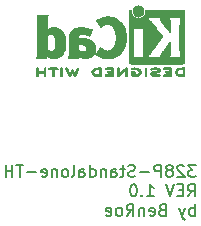
<source format=gbo>
G04 #@! TF.GenerationSoftware,KiCad,Pcbnew,(5.1.7-0-10_14)*
G04 #@! TF.CreationDate,2020-11-10T17:03:04+01:00*
G04 #@! TF.ProjectId,328p-standalone,33323870-2d73-4746-916e-64616c6f6e65,rev?*
G04 #@! TF.SameCoordinates,Original*
G04 #@! TF.FileFunction,Legend,Bot*
G04 #@! TF.FilePolarity,Positive*
%FSLAX46Y46*%
G04 Gerber Fmt 4.6, Leading zero omitted, Abs format (unit mm)*
G04 Created by KiCad (PCBNEW (5.1.7-0-10_14)) date 2020-11-10 17:03:04*
%MOMM*%
%LPD*%
G01*
G04 APERTURE LIST*
%ADD10C,0.150000*%
%ADD11C,0.010000*%
G04 APERTURE END LIST*
D10*
X95534642Y-161102380D02*
X94915595Y-161102380D01*
X95248928Y-161483333D01*
X95106071Y-161483333D01*
X95010833Y-161530952D01*
X94963214Y-161578571D01*
X94915595Y-161673809D01*
X94915595Y-161911904D01*
X94963214Y-162007142D01*
X95010833Y-162054761D01*
X95106071Y-162102380D01*
X95391785Y-162102380D01*
X95487023Y-162054761D01*
X95534642Y-162007142D01*
X94534642Y-161197619D02*
X94487023Y-161150000D01*
X94391785Y-161102380D01*
X94153690Y-161102380D01*
X94058452Y-161150000D01*
X94010833Y-161197619D01*
X93963214Y-161292857D01*
X93963214Y-161388095D01*
X94010833Y-161530952D01*
X94582261Y-162102380D01*
X93963214Y-162102380D01*
X93391785Y-161530952D02*
X93487023Y-161483333D01*
X93534642Y-161435714D01*
X93582261Y-161340476D01*
X93582261Y-161292857D01*
X93534642Y-161197619D01*
X93487023Y-161150000D01*
X93391785Y-161102380D01*
X93201309Y-161102380D01*
X93106071Y-161150000D01*
X93058452Y-161197619D01*
X93010833Y-161292857D01*
X93010833Y-161340476D01*
X93058452Y-161435714D01*
X93106071Y-161483333D01*
X93201309Y-161530952D01*
X93391785Y-161530952D01*
X93487023Y-161578571D01*
X93534642Y-161626190D01*
X93582261Y-161721428D01*
X93582261Y-161911904D01*
X93534642Y-162007142D01*
X93487023Y-162054761D01*
X93391785Y-162102380D01*
X93201309Y-162102380D01*
X93106071Y-162054761D01*
X93058452Y-162007142D01*
X93010833Y-161911904D01*
X93010833Y-161721428D01*
X93058452Y-161626190D01*
X93106071Y-161578571D01*
X93201309Y-161530952D01*
X92582261Y-162102380D02*
X92582261Y-161102380D01*
X92201309Y-161102380D01*
X92106071Y-161150000D01*
X92058452Y-161197619D01*
X92010833Y-161292857D01*
X92010833Y-161435714D01*
X92058452Y-161530952D01*
X92106071Y-161578571D01*
X92201309Y-161626190D01*
X92582261Y-161626190D01*
X91582261Y-161721428D02*
X90820357Y-161721428D01*
X90391785Y-162054761D02*
X90248928Y-162102380D01*
X90010833Y-162102380D01*
X89915595Y-162054761D01*
X89867976Y-162007142D01*
X89820357Y-161911904D01*
X89820357Y-161816666D01*
X89867976Y-161721428D01*
X89915595Y-161673809D01*
X90010833Y-161626190D01*
X90201309Y-161578571D01*
X90296547Y-161530952D01*
X90344166Y-161483333D01*
X90391785Y-161388095D01*
X90391785Y-161292857D01*
X90344166Y-161197619D01*
X90296547Y-161150000D01*
X90201309Y-161102380D01*
X89963214Y-161102380D01*
X89820357Y-161150000D01*
X89534642Y-161435714D02*
X89153690Y-161435714D01*
X89391785Y-161102380D02*
X89391785Y-161959523D01*
X89344166Y-162054761D01*
X89248928Y-162102380D01*
X89153690Y-162102380D01*
X88391785Y-162102380D02*
X88391785Y-161578571D01*
X88439404Y-161483333D01*
X88534642Y-161435714D01*
X88725119Y-161435714D01*
X88820357Y-161483333D01*
X88391785Y-162054761D02*
X88487023Y-162102380D01*
X88725119Y-162102380D01*
X88820357Y-162054761D01*
X88867976Y-161959523D01*
X88867976Y-161864285D01*
X88820357Y-161769047D01*
X88725119Y-161721428D01*
X88487023Y-161721428D01*
X88391785Y-161673809D01*
X87915595Y-161435714D02*
X87915595Y-162102380D01*
X87915595Y-161530952D02*
X87867976Y-161483333D01*
X87772738Y-161435714D01*
X87629880Y-161435714D01*
X87534642Y-161483333D01*
X87487023Y-161578571D01*
X87487023Y-162102380D01*
X86582261Y-162102380D02*
X86582261Y-161102380D01*
X86582261Y-162054761D02*
X86677500Y-162102380D01*
X86867976Y-162102380D01*
X86963214Y-162054761D01*
X87010833Y-162007142D01*
X87058452Y-161911904D01*
X87058452Y-161626190D01*
X87010833Y-161530952D01*
X86963214Y-161483333D01*
X86867976Y-161435714D01*
X86677500Y-161435714D01*
X86582261Y-161483333D01*
X85677500Y-162102380D02*
X85677500Y-161578571D01*
X85725119Y-161483333D01*
X85820357Y-161435714D01*
X86010833Y-161435714D01*
X86106071Y-161483333D01*
X85677500Y-162054761D02*
X85772738Y-162102380D01*
X86010833Y-162102380D01*
X86106071Y-162054761D01*
X86153690Y-161959523D01*
X86153690Y-161864285D01*
X86106071Y-161769047D01*
X86010833Y-161721428D01*
X85772738Y-161721428D01*
X85677500Y-161673809D01*
X85058452Y-162102380D02*
X85153690Y-162054761D01*
X85201309Y-161959523D01*
X85201309Y-161102380D01*
X84534642Y-162102380D02*
X84629880Y-162054761D01*
X84677500Y-162007142D01*
X84725119Y-161911904D01*
X84725119Y-161626190D01*
X84677500Y-161530952D01*
X84629880Y-161483333D01*
X84534642Y-161435714D01*
X84391785Y-161435714D01*
X84296547Y-161483333D01*
X84248928Y-161530952D01*
X84201309Y-161626190D01*
X84201309Y-161911904D01*
X84248928Y-162007142D01*
X84296547Y-162054761D01*
X84391785Y-162102380D01*
X84534642Y-162102380D01*
X83772738Y-161435714D02*
X83772738Y-162102380D01*
X83772738Y-161530952D02*
X83725119Y-161483333D01*
X83629880Y-161435714D01*
X83487023Y-161435714D01*
X83391785Y-161483333D01*
X83344166Y-161578571D01*
X83344166Y-162102380D01*
X82487023Y-162054761D02*
X82582261Y-162102380D01*
X82772738Y-162102380D01*
X82867976Y-162054761D01*
X82915595Y-161959523D01*
X82915595Y-161578571D01*
X82867976Y-161483333D01*
X82772738Y-161435714D01*
X82582261Y-161435714D01*
X82487023Y-161483333D01*
X82439404Y-161578571D01*
X82439404Y-161673809D01*
X82915595Y-161769047D01*
X82010833Y-161721428D02*
X81248928Y-161721428D01*
X80915595Y-161102380D02*
X80344166Y-161102380D01*
X80629880Y-162102380D02*
X80629880Y-161102380D01*
X80010833Y-162102380D02*
X80010833Y-161102380D01*
X80010833Y-161578571D02*
X79439404Y-161578571D01*
X79439404Y-162102380D02*
X79439404Y-161102380D01*
X94867976Y-163752380D02*
X95201309Y-163276190D01*
X95439404Y-163752380D02*
X95439404Y-162752380D01*
X95058452Y-162752380D01*
X94963214Y-162800000D01*
X94915595Y-162847619D01*
X94867976Y-162942857D01*
X94867976Y-163085714D01*
X94915595Y-163180952D01*
X94963214Y-163228571D01*
X95058452Y-163276190D01*
X95439404Y-163276190D01*
X94439404Y-163228571D02*
X94106071Y-163228571D01*
X93963214Y-163752380D02*
X94439404Y-163752380D01*
X94439404Y-162752380D01*
X93963214Y-162752380D01*
X93677500Y-162752380D02*
X93344166Y-163752380D01*
X93010833Y-162752380D01*
X91391785Y-163752380D02*
X91963214Y-163752380D01*
X91677500Y-163752380D02*
X91677500Y-162752380D01*
X91772738Y-162895238D01*
X91867976Y-162990476D01*
X91963214Y-163038095D01*
X90963214Y-163657142D02*
X90915595Y-163704761D01*
X90963214Y-163752380D01*
X91010833Y-163704761D01*
X90963214Y-163657142D01*
X90963214Y-163752380D01*
X90296547Y-162752380D02*
X90201309Y-162752380D01*
X90106071Y-162800000D01*
X90058452Y-162847619D01*
X90010833Y-162942857D01*
X89963214Y-163133333D01*
X89963214Y-163371428D01*
X90010833Y-163561904D01*
X90058452Y-163657142D01*
X90106071Y-163704761D01*
X90201309Y-163752380D01*
X90296547Y-163752380D01*
X90391785Y-163704761D01*
X90439404Y-163657142D01*
X90487023Y-163561904D01*
X90534642Y-163371428D01*
X90534642Y-163133333D01*
X90487023Y-162942857D01*
X90439404Y-162847619D01*
X90391785Y-162800000D01*
X90296547Y-162752380D01*
X95439404Y-165402380D02*
X95439404Y-164402380D01*
X95439404Y-164783333D02*
X95344166Y-164735714D01*
X95153690Y-164735714D01*
X95058452Y-164783333D01*
X95010833Y-164830952D01*
X94963214Y-164926190D01*
X94963214Y-165211904D01*
X95010833Y-165307142D01*
X95058452Y-165354761D01*
X95153690Y-165402380D01*
X95344166Y-165402380D01*
X95439404Y-165354761D01*
X94629880Y-164735714D02*
X94391785Y-165402380D01*
X94153690Y-164735714D02*
X94391785Y-165402380D01*
X94487023Y-165640476D01*
X94534642Y-165688095D01*
X94629880Y-165735714D01*
X92677500Y-164878571D02*
X92534642Y-164926190D01*
X92487023Y-164973809D01*
X92439404Y-165069047D01*
X92439404Y-165211904D01*
X92487023Y-165307142D01*
X92534642Y-165354761D01*
X92629880Y-165402380D01*
X93010833Y-165402380D01*
X93010833Y-164402380D01*
X92677500Y-164402380D01*
X92582261Y-164450000D01*
X92534642Y-164497619D01*
X92487023Y-164592857D01*
X92487023Y-164688095D01*
X92534642Y-164783333D01*
X92582261Y-164830952D01*
X92677500Y-164878571D01*
X93010833Y-164878571D01*
X91629880Y-165354761D02*
X91725119Y-165402380D01*
X91915595Y-165402380D01*
X92010833Y-165354761D01*
X92058452Y-165259523D01*
X92058452Y-164878571D01*
X92010833Y-164783333D01*
X91915595Y-164735714D01*
X91725119Y-164735714D01*
X91629880Y-164783333D01*
X91582261Y-164878571D01*
X91582261Y-164973809D01*
X92058452Y-165069047D01*
X91153690Y-164735714D02*
X91153690Y-165402380D01*
X91153690Y-164830952D02*
X91106071Y-164783333D01*
X91010833Y-164735714D01*
X90867976Y-164735714D01*
X90772738Y-164783333D01*
X90725119Y-164878571D01*
X90725119Y-165402380D01*
X89677500Y-165402380D02*
X90010833Y-164926190D01*
X90248928Y-165402380D02*
X90248928Y-164402380D01*
X89867976Y-164402380D01*
X89772738Y-164450000D01*
X89725119Y-164497619D01*
X89677500Y-164592857D01*
X89677500Y-164735714D01*
X89725119Y-164830952D01*
X89772738Y-164878571D01*
X89867976Y-164926190D01*
X90248928Y-164926190D01*
X89106071Y-165402380D02*
X89201309Y-165354761D01*
X89248928Y-165307142D01*
X89296547Y-165211904D01*
X89296547Y-164926190D01*
X89248928Y-164830952D01*
X89201309Y-164783333D01*
X89106071Y-164735714D01*
X88963214Y-164735714D01*
X88867976Y-164783333D01*
X88820357Y-164830952D01*
X88772738Y-164926190D01*
X88772738Y-165211904D01*
X88820357Y-165307142D01*
X88867976Y-165354761D01*
X88963214Y-165402380D01*
X89106071Y-165402380D01*
X87963214Y-165354761D02*
X88058452Y-165402380D01*
X88248928Y-165402380D01*
X88344166Y-165354761D01*
X88391785Y-165259523D01*
X88391785Y-164878571D01*
X88344166Y-164783333D01*
X88248928Y-164735714D01*
X88058452Y-164735714D01*
X87963214Y-164783333D01*
X87915595Y-164878571D01*
X87915595Y-164973809D01*
X88391785Y-165069047D01*
D11*
G36*
X91246400Y-148064054D02*
G01*
X91235535Y-148177993D01*
X91203918Y-148285616D01*
X91153015Y-148384615D01*
X91084293Y-148472684D01*
X90999219Y-148547516D01*
X90902232Y-148605384D01*
X90795964Y-148645005D01*
X90688950Y-148663573D01*
X90583300Y-148662434D01*
X90481125Y-148642930D01*
X90384534Y-148606406D01*
X90295638Y-148554205D01*
X90216546Y-148487673D01*
X90149369Y-148408152D01*
X90096217Y-148316987D01*
X90059199Y-148215523D01*
X90040427Y-148105102D01*
X90038489Y-148055206D01*
X90038489Y-147967267D01*
X89986560Y-147967267D01*
X89950253Y-147970111D01*
X89923355Y-147981911D01*
X89896249Y-148005649D01*
X89857867Y-148044031D01*
X89857867Y-150235602D01*
X89857876Y-150497739D01*
X89857908Y-150738241D01*
X89857972Y-150958048D01*
X89858076Y-151158101D01*
X89858227Y-151339344D01*
X89858434Y-151502716D01*
X89858706Y-151649160D01*
X89859050Y-151779617D01*
X89859474Y-151895029D01*
X89859987Y-151996338D01*
X89860597Y-152084484D01*
X89861312Y-152160410D01*
X89862140Y-152225057D01*
X89863089Y-152279367D01*
X89864167Y-152324280D01*
X89865383Y-152360740D01*
X89866745Y-152389687D01*
X89868261Y-152412063D01*
X89869938Y-152428809D01*
X89871786Y-152440868D01*
X89873813Y-152449180D01*
X89876025Y-152454687D01*
X89877108Y-152456537D01*
X89881271Y-152463549D01*
X89884805Y-152469996D01*
X89888635Y-152475900D01*
X89893682Y-152481286D01*
X89900871Y-152486178D01*
X89911123Y-152490598D01*
X89925364Y-152494572D01*
X89944514Y-152498121D01*
X89969499Y-152501270D01*
X90001240Y-152504042D01*
X90040662Y-152506461D01*
X90088686Y-152508551D01*
X90146237Y-152510335D01*
X90214237Y-152511837D01*
X90293610Y-152513080D01*
X90385279Y-152514089D01*
X90490166Y-152514885D01*
X90609196Y-152515494D01*
X90743290Y-152515939D01*
X90893373Y-152516243D01*
X91060367Y-152516430D01*
X91245196Y-152516524D01*
X91448783Y-152516548D01*
X91672050Y-152516525D01*
X91915922Y-152516480D01*
X92181321Y-152516437D01*
X92219704Y-152516432D01*
X92486682Y-152516389D01*
X92732002Y-152516318D01*
X92956583Y-152516213D01*
X93161345Y-152516066D01*
X93347206Y-152515869D01*
X93515088Y-152515616D01*
X93665908Y-152515300D01*
X93800587Y-152514913D01*
X93920044Y-152514447D01*
X94025199Y-152513897D01*
X94116971Y-152513253D01*
X94196279Y-152512511D01*
X94264043Y-152511661D01*
X94321182Y-152510697D01*
X94368617Y-152509611D01*
X94407266Y-152508397D01*
X94438049Y-152507047D01*
X94461885Y-152505555D01*
X94479694Y-152503911D01*
X94492395Y-152502111D01*
X94500908Y-152500145D01*
X94505266Y-152498477D01*
X94513728Y-152494906D01*
X94521497Y-152492270D01*
X94528602Y-152489634D01*
X94535073Y-152486062D01*
X94540939Y-152480621D01*
X94546229Y-152472375D01*
X94550974Y-152460390D01*
X94555202Y-152443731D01*
X94558943Y-152421463D01*
X94562227Y-152392652D01*
X94565083Y-152356363D01*
X94567540Y-152311661D01*
X94569629Y-152257611D01*
X94571378Y-152193279D01*
X94572817Y-152117730D01*
X94573976Y-152030030D01*
X94574883Y-151929243D01*
X94575569Y-151814434D01*
X94576063Y-151684670D01*
X94576395Y-151539015D01*
X94576593Y-151376535D01*
X94576687Y-151196295D01*
X94576708Y-150997360D01*
X94576685Y-150778796D01*
X94576646Y-150539668D01*
X94576622Y-150279040D01*
X94576622Y-150236889D01*
X94576636Y-149973992D01*
X94576661Y-149732732D01*
X94576671Y-149512165D01*
X94576642Y-149311352D01*
X94576548Y-149129349D01*
X94576362Y-148965216D01*
X94576059Y-148818011D01*
X94575614Y-148686792D01*
X94575034Y-148576867D01*
X94272197Y-148576867D01*
X94232407Y-148634711D01*
X94221236Y-148650479D01*
X94211166Y-148664441D01*
X94202138Y-148677784D01*
X94194097Y-148691693D01*
X94186986Y-148707356D01*
X94180747Y-148725958D01*
X94175325Y-148748686D01*
X94170662Y-148776727D01*
X94166701Y-148811267D01*
X94163385Y-148853492D01*
X94160659Y-148904589D01*
X94158464Y-148965744D01*
X94156745Y-149038144D01*
X94155444Y-149122975D01*
X94154505Y-149221422D01*
X94153870Y-149334674D01*
X94153484Y-149463916D01*
X94153288Y-149610334D01*
X94153227Y-149775116D01*
X94153243Y-149959447D01*
X94153280Y-150164513D01*
X94153289Y-150287133D01*
X94153265Y-150504082D01*
X94153231Y-150699642D01*
X94153243Y-150874999D01*
X94153358Y-151031341D01*
X94153630Y-151169857D01*
X94154118Y-151291734D01*
X94154876Y-151398160D01*
X94155962Y-151490322D01*
X94157431Y-151569409D01*
X94159340Y-151636608D01*
X94161744Y-151693107D01*
X94164701Y-151740093D01*
X94168266Y-151778755D01*
X94172495Y-151810280D01*
X94177446Y-151835855D01*
X94183173Y-151856670D01*
X94189733Y-151873911D01*
X94197183Y-151888765D01*
X94205579Y-151902422D01*
X94214976Y-151916069D01*
X94225432Y-151930893D01*
X94231523Y-151939783D01*
X94270296Y-151997400D01*
X93738732Y-151997400D01*
X93615483Y-151997365D01*
X93512987Y-151997215D01*
X93429420Y-151996878D01*
X93362956Y-151996286D01*
X93311771Y-151995367D01*
X93274041Y-151994051D01*
X93247940Y-151992269D01*
X93231644Y-151989951D01*
X93223328Y-151987026D01*
X93221168Y-151983424D01*
X93223339Y-151979075D01*
X93224535Y-151977645D01*
X93249685Y-151940573D01*
X93275583Y-151887772D01*
X93299192Y-151825770D01*
X93307461Y-151799357D01*
X93312078Y-151781416D01*
X93315979Y-151760355D01*
X93319248Y-151734089D01*
X93321966Y-151700532D01*
X93324215Y-151657599D01*
X93326077Y-151603204D01*
X93327636Y-151535262D01*
X93328972Y-151451688D01*
X93330169Y-151350395D01*
X93331308Y-151229300D01*
X93331685Y-151184600D01*
X93332702Y-151059449D01*
X93333460Y-150955082D01*
X93333903Y-150869707D01*
X93333970Y-150801533D01*
X93333605Y-150748765D01*
X93332748Y-150709614D01*
X93331341Y-150682285D01*
X93329325Y-150664986D01*
X93326643Y-150655926D01*
X93323236Y-150653312D01*
X93319044Y-150655351D01*
X93314571Y-150659667D01*
X93304216Y-150672602D01*
X93282158Y-150701676D01*
X93249957Y-150744759D01*
X93209174Y-150799718D01*
X93161370Y-150864423D01*
X93108105Y-150936742D01*
X93050940Y-151014544D01*
X92991437Y-151095698D01*
X92931155Y-151178072D01*
X92871655Y-151259536D01*
X92814498Y-151337957D01*
X92761245Y-151411204D01*
X92713457Y-151477147D01*
X92672693Y-151533654D01*
X92640516Y-151578593D01*
X92618485Y-151609834D01*
X92613917Y-151616466D01*
X92590996Y-151653369D01*
X92564188Y-151701359D01*
X92538789Y-151750897D01*
X92535568Y-151757577D01*
X92513890Y-151805772D01*
X92501304Y-151843334D01*
X92495574Y-151879160D01*
X92494456Y-151921200D01*
X92495090Y-151997400D01*
X91340651Y-151997400D01*
X91431815Y-151903669D01*
X91478612Y-151853775D01*
X91528899Y-151797295D01*
X91574944Y-151743026D01*
X91595369Y-151717673D01*
X91625807Y-151678128D01*
X91665862Y-151624916D01*
X91714361Y-151559667D01*
X91770135Y-151484011D01*
X91832011Y-151399577D01*
X91898819Y-151307994D01*
X91969387Y-151210892D01*
X92042545Y-151109901D01*
X92117121Y-151006650D01*
X92191944Y-150902768D01*
X92265843Y-150799885D01*
X92337646Y-150699631D01*
X92406184Y-150603636D01*
X92470284Y-150513527D01*
X92528775Y-150430936D01*
X92580486Y-150357492D01*
X92624247Y-150294824D01*
X92658885Y-150244561D01*
X92683230Y-150208334D01*
X92696111Y-150187771D01*
X92697869Y-150183668D01*
X92689910Y-150172342D01*
X92669115Y-150145162D01*
X92636847Y-150103829D01*
X92594470Y-150050044D01*
X92543347Y-149985506D01*
X92484841Y-149911918D01*
X92420314Y-149830978D01*
X92351131Y-149744388D01*
X92278653Y-149653848D01*
X92204246Y-149561060D01*
X92144517Y-149486702D01*
X91133511Y-149486702D01*
X91127602Y-149499659D01*
X91113272Y-149521908D01*
X91112225Y-149523391D01*
X91093438Y-149553544D01*
X91073791Y-149590375D01*
X91069892Y-149598511D01*
X91066356Y-149606940D01*
X91063230Y-149617059D01*
X91060486Y-149630260D01*
X91058092Y-149647938D01*
X91056019Y-149671484D01*
X91054235Y-149702293D01*
X91052712Y-149741757D01*
X91051419Y-149791269D01*
X91050326Y-149852223D01*
X91049403Y-149926011D01*
X91048619Y-150014028D01*
X91047945Y-150117665D01*
X91047350Y-150238316D01*
X91046805Y-150377374D01*
X91046279Y-150536232D01*
X91045745Y-150715089D01*
X91045206Y-150900207D01*
X91044772Y-151064145D01*
X91044509Y-151208303D01*
X91044484Y-151334079D01*
X91044765Y-151442871D01*
X91045419Y-151536077D01*
X91046514Y-151615097D01*
X91048118Y-151681328D01*
X91050297Y-151736170D01*
X91053119Y-151781021D01*
X91056651Y-151817278D01*
X91060961Y-151846341D01*
X91066117Y-151869609D01*
X91072185Y-151888479D01*
X91079233Y-151904351D01*
X91087329Y-151918622D01*
X91096540Y-151932691D01*
X91105040Y-151945158D01*
X91122176Y-151971452D01*
X91132322Y-151989037D01*
X91133511Y-151992257D01*
X91122604Y-151993334D01*
X91091411Y-151994335D01*
X91042223Y-151995235D01*
X90977333Y-151996010D01*
X90899030Y-151996637D01*
X90809607Y-151997091D01*
X90711356Y-151997349D01*
X90642445Y-151997400D01*
X90537452Y-151997180D01*
X90440610Y-151996548D01*
X90354107Y-151995549D01*
X90280132Y-151994227D01*
X90220874Y-151992626D01*
X90178520Y-151990791D01*
X90155260Y-151988765D01*
X90151378Y-151987493D01*
X90159076Y-151972591D01*
X90167074Y-151964560D01*
X90180246Y-151947434D01*
X90197485Y-151917183D01*
X90209407Y-151892622D01*
X90236045Y-151833711D01*
X90239120Y-150656845D01*
X90242195Y-149479978D01*
X90687853Y-149479978D01*
X90785670Y-149480142D01*
X90876064Y-149480611D01*
X90956630Y-149481347D01*
X91024962Y-149482316D01*
X91078656Y-149483480D01*
X91115305Y-149484803D01*
X91132504Y-149486249D01*
X91133511Y-149486702D01*
X92144517Y-149486702D01*
X92129270Y-149467722D01*
X92055090Y-149375537D01*
X91983069Y-149286204D01*
X91914569Y-149201424D01*
X91850955Y-149122898D01*
X91793588Y-149052326D01*
X91743833Y-148991409D01*
X91703052Y-148941847D01*
X91685888Y-148921178D01*
X91599596Y-148820516D01*
X91522997Y-148737259D01*
X91454183Y-148669438D01*
X91391248Y-148615089D01*
X91381867Y-148607722D01*
X91342356Y-148577117D01*
X92474116Y-148576867D01*
X92468827Y-148624844D01*
X92472130Y-148682188D01*
X92493661Y-148750463D01*
X92533635Y-148830212D01*
X92578943Y-148902495D01*
X92595161Y-148925140D01*
X92623214Y-148962696D01*
X92661430Y-149013021D01*
X92708137Y-149073973D01*
X92761661Y-149143411D01*
X92820331Y-149219194D01*
X92882475Y-149299180D01*
X92946421Y-149381228D01*
X93010495Y-149463196D01*
X93073027Y-149542943D01*
X93132343Y-149618327D01*
X93186771Y-149687207D01*
X93234639Y-149747442D01*
X93274275Y-149796889D01*
X93304006Y-149833408D01*
X93322161Y-149854858D01*
X93325220Y-149858156D01*
X93328079Y-149850149D01*
X93330293Y-149819855D01*
X93331857Y-149767556D01*
X93332767Y-149693531D01*
X93333020Y-149598063D01*
X93332613Y-149481434D01*
X93331704Y-149361445D01*
X93330382Y-149229333D01*
X93328857Y-149117594D01*
X93326881Y-149024025D01*
X93324206Y-148946419D01*
X93320582Y-148882574D01*
X93315761Y-148830283D01*
X93309494Y-148787344D01*
X93301532Y-148751551D01*
X93291627Y-148720700D01*
X93279531Y-148692586D01*
X93264993Y-148665005D01*
X93250311Y-148639966D01*
X93212314Y-148576867D01*
X94272197Y-148576867D01*
X94575034Y-148576867D01*
X94575001Y-148570617D01*
X94574195Y-148468544D01*
X94573170Y-148379633D01*
X94571900Y-148302941D01*
X94570360Y-148237527D01*
X94568524Y-148182449D01*
X94566367Y-148136765D01*
X94563863Y-148099534D01*
X94560987Y-148069813D01*
X94557713Y-148046662D01*
X94554015Y-148029139D01*
X94549869Y-148016301D01*
X94545247Y-148007208D01*
X94540126Y-148000918D01*
X94534478Y-147996488D01*
X94528279Y-147992978D01*
X94521504Y-147989445D01*
X94515508Y-147985876D01*
X94510275Y-147983300D01*
X94502099Y-147980972D01*
X94489886Y-147978878D01*
X94472541Y-147977007D01*
X94448969Y-147975347D01*
X94418077Y-147973884D01*
X94378768Y-147972608D01*
X94329950Y-147971504D01*
X94270527Y-147970561D01*
X94199404Y-147969767D01*
X94115488Y-147969109D01*
X94017683Y-147968575D01*
X93904894Y-147968153D01*
X93776029Y-147967829D01*
X93629991Y-147967592D01*
X93465686Y-147967430D01*
X93282020Y-147967330D01*
X93077897Y-147967280D01*
X92866753Y-147967267D01*
X91246400Y-147967267D01*
X91246400Y-148064054D01*
G37*
X91246400Y-148064054D02*
X91235535Y-148177993D01*
X91203918Y-148285616D01*
X91153015Y-148384615D01*
X91084293Y-148472684D01*
X90999219Y-148547516D01*
X90902232Y-148605384D01*
X90795964Y-148645005D01*
X90688950Y-148663573D01*
X90583300Y-148662434D01*
X90481125Y-148642930D01*
X90384534Y-148606406D01*
X90295638Y-148554205D01*
X90216546Y-148487673D01*
X90149369Y-148408152D01*
X90096217Y-148316987D01*
X90059199Y-148215523D01*
X90040427Y-148105102D01*
X90038489Y-148055206D01*
X90038489Y-147967267D01*
X89986560Y-147967267D01*
X89950253Y-147970111D01*
X89923355Y-147981911D01*
X89896249Y-148005649D01*
X89857867Y-148044031D01*
X89857867Y-150235602D01*
X89857876Y-150497739D01*
X89857908Y-150738241D01*
X89857972Y-150958048D01*
X89858076Y-151158101D01*
X89858227Y-151339344D01*
X89858434Y-151502716D01*
X89858706Y-151649160D01*
X89859050Y-151779617D01*
X89859474Y-151895029D01*
X89859987Y-151996338D01*
X89860597Y-152084484D01*
X89861312Y-152160410D01*
X89862140Y-152225057D01*
X89863089Y-152279367D01*
X89864167Y-152324280D01*
X89865383Y-152360740D01*
X89866745Y-152389687D01*
X89868261Y-152412063D01*
X89869938Y-152428809D01*
X89871786Y-152440868D01*
X89873813Y-152449180D01*
X89876025Y-152454687D01*
X89877108Y-152456537D01*
X89881271Y-152463549D01*
X89884805Y-152469996D01*
X89888635Y-152475900D01*
X89893682Y-152481286D01*
X89900871Y-152486178D01*
X89911123Y-152490598D01*
X89925364Y-152494572D01*
X89944514Y-152498121D01*
X89969499Y-152501270D01*
X90001240Y-152504042D01*
X90040662Y-152506461D01*
X90088686Y-152508551D01*
X90146237Y-152510335D01*
X90214237Y-152511837D01*
X90293610Y-152513080D01*
X90385279Y-152514089D01*
X90490166Y-152514885D01*
X90609196Y-152515494D01*
X90743290Y-152515939D01*
X90893373Y-152516243D01*
X91060367Y-152516430D01*
X91245196Y-152516524D01*
X91448783Y-152516548D01*
X91672050Y-152516525D01*
X91915922Y-152516480D01*
X92181321Y-152516437D01*
X92219704Y-152516432D01*
X92486682Y-152516389D01*
X92732002Y-152516318D01*
X92956583Y-152516213D01*
X93161345Y-152516066D01*
X93347206Y-152515869D01*
X93515088Y-152515616D01*
X93665908Y-152515300D01*
X93800587Y-152514913D01*
X93920044Y-152514447D01*
X94025199Y-152513897D01*
X94116971Y-152513253D01*
X94196279Y-152512511D01*
X94264043Y-152511661D01*
X94321182Y-152510697D01*
X94368617Y-152509611D01*
X94407266Y-152508397D01*
X94438049Y-152507047D01*
X94461885Y-152505555D01*
X94479694Y-152503911D01*
X94492395Y-152502111D01*
X94500908Y-152500145D01*
X94505266Y-152498477D01*
X94513728Y-152494906D01*
X94521497Y-152492270D01*
X94528602Y-152489634D01*
X94535073Y-152486062D01*
X94540939Y-152480621D01*
X94546229Y-152472375D01*
X94550974Y-152460390D01*
X94555202Y-152443731D01*
X94558943Y-152421463D01*
X94562227Y-152392652D01*
X94565083Y-152356363D01*
X94567540Y-152311661D01*
X94569629Y-152257611D01*
X94571378Y-152193279D01*
X94572817Y-152117730D01*
X94573976Y-152030030D01*
X94574883Y-151929243D01*
X94575569Y-151814434D01*
X94576063Y-151684670D01*
X94576395Y-151539015D01*
X94576593Y-151376535D01*
X94576687Y-151196295D01*
X94576708Y-150997360D01*
X94576685Y-150778796D01*
X94576646Y-150539668D01*
X94576622Y-150279040D01*
X94576622Y-150236889D01*
X94576636Y-149973992D01*
X94576661Y-149732732D01*
X94576671Y-149512165D01*
X94576642Y-149311352D01*
X94576548Y-149129349D01*
X94576362Y-148965216D01*
X94576059Y-148818011D01*
X94575614Y-148686792D01*
X94575034Y-148576867D01*
X94272197Y-148576867D01*
X94232407Y-148634711D01*
X94221236Y-148650479D01*
X94211166Y-148664441D01*
X94202138Y-148677784D01*
X94194097Y-148691693D01*
X94186986Y-148707356D01*
X94180747Y-148725958D01*
X94175325Y-148748686D01*
X94170662Y-148776727D01*
X94166701Y-148811267D01*
X94163385Y-148853492D01*
X94160659Y-148904589D01*
X94158464Y-148965744D01*
X94156745Y-149038144D01*
X94155444Y-149122975D01*
X94154505Y-149221422D01*
X94153870Y-149334674D01*
X94153484Y-149463916D01*
X94153288Y-149610334D01*
X94153227Y-149775116D01*
X94153243Y-149959447D01*
X94153280Y-150164513D01*
X94153289Y-150287133D01*
X94153265Y-150504082D01*
X94153231Y-150699642D01*
X94153243Y-150874999D01*
X94153358Y-151031341D01*
X94153630Y-151169857D01*
X94154118Y-151291734D01*
X94154876Y-151398160D01*
X94155962Y-151490322D01*
X94157431Y-151569409D01*
X94159340Y-151636608D01*
X94161744Y-151693107D01*
X94164701Y-151740093D01*
X94168266Y-151778755D01*
X94172495Y-151810280D01*
X94177446Y-151835855D01*
X94183173Y-151856670D01*
X94189733Y-151873911D01*
X94197183Y-151888765D01*
X94205579Y-151902422D01*
X94214976Y-151916069D01*
X94225432Y-151930893D01*
X94231523Y-151939783D01*
X94270296Y-151997400D01*
X93738732Y-151997400D01*
X93615483Y-151997365D01*
X93512987Y-151997215D01*
X93429420Y-151996878D01*
X93362956Y-151996286D01*
X93311771Y-151995367D01*
X93274041Y-151994051D01*
X93247940Y-151992269D01*
X93231644Y-151989951D01*
X93223328Y-151987026D01*
X93221168Y-151983424D01*
X93223339Y-151979075D01*
X93224535Y-151977645D01*
X93249685Y-151940573D01*
X93275583Y-151887772D01*
X93299192Y-151825770D01*
X93307461Y-151799357D01*
X93312078Y-151781416D01*
X93315979Y-151760355D01*
X93319248Y-151734089D01*
X93321966Y-151700532D01*
X93324215Y-151657599D01*
X93326077Y-151603204D01*
X93327636Y-151535262D01*
X93328972Y-151451688D01*
X93330169Y-151350395D01*
X93331308Y-151229300D01*
X93331685Y-151184600D01*
X93332702Y-151059449D01*
X93333460Y-150955082D01*
X93333903Y-150869707D01*
X93333970Y-150801533D01*
X93333605Y-150748765D01*
X93332748Y-150709614D01*
X93331341Y-150682285D01*
X93329325Y-150664986D01*
X93326643Y-150655926D01*
X93323236Y-150653312D01*
X93319044Y-150655351D01*
X93314571Y-150659667D01*
X93304216Y-150672602D01*
X93282158Y-150701676D01*
X93249957Y-150744759D01*
X93209174Y-150799718D01*
X93161370Y-150864423D01*
X93108105Y-150936742D01*
X93050940Y-151014544D01*
X92991437Y-151095698D01*
X92931155Y-151178072D01*
X92871655Y-151259536D01*
X92814498Y-151337957D01*
X92761245Y-151411204D01*
X92713457Y-151477147D01*
X92672693Y-151533654D01*
X92640516Y-151578593D01*
X92618485Y-151609834D01*
X92613917Y-151616466D01*
X92590996Y-151653369D01*
X92564188Y-151701359D01*
X92538789Y-151750897D01*
X92535568Y-151757577D01*
X92513890Y-151805772D01*
X92501304Y-151843334D01*
X92495574Y-151879160D01*
X92494456Y-151921200D01*
X92495090Y-151997400D01*
X91340651Y-151997400D01*
X91431815Y-151903669D01*
X91478612Y-151853775D01*
X91528899Y-151797295D01*
X91574944Y-151743026D01*
X91595369Y-151717673D01*
X91625807Y-151678128D01*
X91665862Y-151624916D01*
X91714361Y-151559667D01*
X91770135Y-151484011D01*
X91832011Y-151399577D01*
X91898819Y-151307994D01*
X91969387Y-151210892D01*
X92042545Y-151109901D01*
X92117121Y-151006650D01*
X92191944Y-150902768D01*
X92265843Y-150799885D01*
X92337646Y-150699631D01*
X92406184Y-150603636D01*
X92470284Y-150513527D01*
X92528775Y-150430936D01*
X92580486Y-150357492D01*
X92624247Y-150294824D01*
X92658885Y-150244561D01*
X92683230Y-150208334D01*
X92696111Y-150187771D01*
X92697869Y-150183668D01*
X92689910Y-150172342D01*
X92669115Y-150145162D01*
X92636847Y-150103829D01*
X92594470Y-150050044D01*
X92543347Y-149985506D01*
X92484841Y-149911918D01*
X92420314Y-149830978D01*
X92351131Y-149744388D01*
X92278653Y-149653848D01*
X92204246Y-149561060D01*
X92144517Y-149486702D01*
X91133511Y-149486702D01*
X91127602Y-149499659D01*
X91113272Y-149521908D01*
X91112225Y-149523391D01*
X91093438Y-149553544D01*
X91073791Y-149590375D01*
X91069892Y-149598511D01*
X91066356Y-149606940D01*
X91063230Y-149617059D01*
X91060486Y-149630260D01*
X91058092Y-149647938D01*
X91056019Y-149671484D01*
X91054235Y-149702293D01*
X91052712Y-149741757D01*
X91051419Y-149791269D01*
X91050326Y-149852223D01*
X91049403Y-149926011D01*
X91048619Y-150014028D01*
X91047945Y-150117665D01*
X91047350Y-150238316D01*
X91046805Y-150377374D01*
X91046279Y-150536232D01*
X91045745Y-150715089D01*
X91045206Y-150900207D01*
X91044772Y-151064145D01*
X91044509Y-151208303D01*
X91044484Y-151334079D01*
X91044765Y-151442871D01*
X91045419Y-151536077D01*
X91046514Y-151615097D01*
X91048118Y-151681328D01*
X91050297Y-151736170D01*
X91053119Y-151781021D01*
X91056651Y-151817278D01*
X91060961Y-151846341D01*
X91066117Y-151869609D01*
X91072185Y-151888479D01*
X91079233Y-151904351D01*
X91087329Y-151918622D01*
X91096540Y-151932691D01*
X91105040Y-151945158D01*
X91122176Y-151971452D01*
X91132322Y-151989037D01*
X91133511Y-151992257D01*
X91122604Y-151993334D01*
X91091411Y-151994335D01*
X91042223Y-151995235D01*
X90977333Y-151996010D01*
X90899030Y-151996637D01*
X90809607Y-151997091D01*
X90711356Y-151997349D01*
X90642445Y-151997400D01*
X90537452Y-151997180D01*
X90440610Y-151996548D01*
X90354107Y-151995549D01*
X90280132Y-151994227D01*
X90220874Y-151992626D01*
X90178520Y-151990791D01*
X90155260Y-151988765D01*
X90151378Y-151987493D01*
X90159076Y-151972591D01*
X90167074Y-151964560D01*
X90180246Y-151947434D01*
X90197485Y-151917183D01*
X90209407Y-151892622D01*
X90236045Y-151833711D01*
X90239120Y-150656845D01*
X90242195Y-149479978D01*
X90687853Y-149479978D01*
X90785670Y-149480142D01*
X90876064Y-149480611D01*
X90956630Y-149481347D01*
X91024962Y-149482316D01*
X91078656Y-149483480D01*
X91115305Y-149484803D01*
X91132504Y-149486249D01*
X91133511Y-149486702D01*
X92144517Y-149486702D01*
X92129270Y-149467722D01*
X92055090Y-149375537D01*
X91983069Y-149286204D01*
X91914569Y-149201424D01*
X91850955Y-149122898D01*
X91793588Y-149052326D01*
X91743833Y-148991409D01*
X91703052Y-148941847D01*
X91685888Y-148921178D01*
X91599596Y-148820516D01*
X91522997Y-148737259D01*
X91454183Y-148669438D01*
X91391248Y-148615089D01*
X91381867Y-148607722D01*
X91342356Y-148577117D01*
X92474116Y-148576867D01*
X92468827Y-148624844D01*
X92472130Y-148682188D01*
X92493661Y-148750463D01*
X92533635Y-148830212D01*
X92578943Y-148902495D01*
X92595161Y-148925140D01*
X92623214Y-148962696D01*
X92661430Y-149013021D01*
X92708137Y-149073973D01*
X92761661Y-149143411D01*
X92820331Y-149219194D01*
X92882475Y-149299180D01*
X92946421Y-149381228D01*
X93010495Y-149463196D01*
X93073027Y-149542943D01*
X93132343Y-149618327D01*
X93186771Y-149687207D01*
X93234639Y-149747442D01*
X93274275Y-149796889D01*
X93304006Y-149833408D01*
X93322161Y-149854858D01*
X93325220Y-149858156D01*
X93328079Y-149850149D01*
X93330293Y-149819855D01*
X93331857Y-149767556D01*
X93332767Y-149693531D01*
X93333020Y-149598063D01*
X93332613Y-149481434D01*
X93331704Y-149361445D01*
X93330382Y-149229333D01*
X93328857Y-149117594D01*
X93326881Y-149024025D01*
X93324206Y-148946419D01*
X93320582Y-148882574D01*
X93315761Y-148830283D01*
X93309494Y-148787344D01*
X93301532Y-148751551D01*
X93291627Y-148720700D01*
X93279531Y-148692586D01*
X93264993Y-148665005D01*
X93250311Y-148639966D01*
X93212314Y-148576867D01*
X94272197Y-148576867D01*
X94575034Y-148576867D01*
X94575001Y-148570617D01*
X94574195Y-148468544D01*
X94573170Y-148379633D01*
X94571900Y-148302941D01*
X94570360Y-148237527D01*
X94568524Y-148182449D01*
X94566367Y-148136765D01*
X94563863Y-148099534D01*
X94560987Y-148069813D01*
X94557713Y-148046662D01*
X94554015Y-148029139D01*
X94549869Y-148016301D01*
X94545247Y-148007208D01*
X94540126Y-148000918D01*
X94534478Y-147996488D01*
X94528279Y-147992978D01*
X94521504Y-147989445D01*
X94515508Y-147985876D01*
X94510275Y-147983300D01*
X94502099Y-147980972D01*
X94489886Y-147978878D01*
X94472541Y-147977007D01*
X94448969Y-147975347D01*
X94418077Y-147973884D01*
X94378768Y-147972608D01*
X94329950Y-147971504D01*
X94270527Y-147970561D01*
X94199404Y-147969767D01*
X94115488Y-147969109D01*
X94017683Y-147968575D01*
X93904894Y-147968153D01*
X93776029Y-147967829D01*
X93629991Y-147967592D01*
X93465686Y-147967430D01*
X93282020Y-147967330D01*
X93077897Y-147967280D01*
X92866753Y-147967267D01*
X91246400Y-147967267D01*
X91246400Y-148064054D01*
G36*
X87971571Y-148524071D02*
G01*
X87811430Y-148545245D01*
X87647490Y-148585385D01*
X87477687Y-148644889D01*
X87299957Y-148724154D01*
X87288690Y-148729699D01*
X87230995Y-148757725D01*
X87179448Y-148781802D01*
X87137809Y-148800249D01*
X87109838Y-148811386D01*
X87100267Y-148813933D01*
X87081050Y-148818941D01*
X87076439Y-148823147D01*
X87081542Y-148833580D01*
X87097582Y-148859868D01*
X87122712Y-148899257D01*
X87155086Y-148948991D01*
X87192857Y-149006315D01*
X87234178Y-149068476D01*
X87277202Y-149132718D01*
X87320083Y-149196285D01*
X87360974Y-149256425D01*
X87398029Y-149310380D01*
X87429400Y-149355397D01*
X87453241Y-149388721D01*
X87467706Y-149407597D01*
X87469691Y-149409787D01*
X87479809Y-149405138D01*
X87502150Y-149387962D01*
X87532720Y-149361440D01*
X87548464Y-149346964D01*
X87644953Y-149271682D01*
X87751664Y-149216241D01*
X87867168Y-149181141D01*
X87990038Y-149166880D01*
X88059439Y-149168051D01*
X88180577Y-149185212D01*
X88289795Y-149221094D01*
X88387418Y-149275959D01*
X88473772Y-149350070D01*
X88549185Y-149443688D01*
X88613982Y-149557076D01*
X88651399Y-149643667D01*
X88695252Y-149779366D01*
X88727572Y-149926850D01*
X88748443Y-150082314D01*
X88757949Y-150241956D01*
X88756173Y-150401973D01*
X88743197Y-150558561D01*
X88719106Y-150707918D01*
X88683982Y-150846240D01*
X88637908Y-150969724D01*
X88621627Y-151003978D01*
X88553380Y-151118064D01*
X88472921Y-151214557D01*
X88381430Y-151292670D01*
X88280089Y-151351617D01*
X88170080Y-151390612D01*
X88052585Y-151408868D01*
X88011117Y-151410211D01*
X87889559Y-151399290D01*
X87769122Y-151366474D01*
X87651334Y-151312439D01*
X87537723Y-151237865D01*
X87446315Y-151159539D01*
X87399785Y-151115008D01*
X87218517Y-151412271D01*
X87173420Y-151486433D01*
X87132181Y-151554646D01*
X87096265Y-151614459D01*
X87067134Y-151663420D01*
X87046250Y-151699079D01*
X87035076Y-151718984D01*
X87033625Y-151722079D01*
X87041854Y-151731718D01*
X87067433Y-151748999D01*
X87107127Y-151772283D01*
X87157703Y-151799934D01*
X87215926Y-151830315D01*
X87278563Y-151861790D01*
X87342379Y-151892722D01*
X87404140Y-151921473D01*
X87460612Y-151946408D01*
X87508562Y-151965889D01*
X87532014Y-151974318D01*
X87665779Y-152012133D01*
X87803673Y-152037136D01*
X87951378Y-152050140D01*
X88078167Y-152052468D01*
X88146122Y-152051373D01*
X88211723Y-152049275D01*
X88269153Y-152046434D01*
X88312597Y-152043106D01*
X88326702Y-152041422D01*
X88465716Y-152012587D01*
X88607243Y-151967468D01*
X88744725Y-151908750D01*
X88871606Y-151839120D01*
X88949111Y-151786441D01*
X89076519Y-151678239D01*
X89194822Y-151551671D01*
X89301828Y-151409866D01*
X89395348Y-151255951D01*
X89473190Y-151093053D01*
X89517044Y-150975756D01*
X89567292Y-150792128D01*
X89600791Y-150597581D01*
X89617551Y-150396325D01*
X89617584Y-150192568D01*
X89600899Y-149990521D01*
X89567507Y-149794392D01*
X89517420Y-149608391D01*
X89513603Y-149596803D01*
X89450719Y-149434750D01*
X89373972Y-149286832D01*
X89280758Y-149148865D01*
X89168473Y-149016661D01*
X89124608Y-148971399D01*
X88988466Y-148847457D01*
X88848509Y-148744915D01*
X88702589Y-148662656D01*
X88548558Y-148599564D01*
X88384268Y-148554523D01*
X88288711Y-148537033D01*
X88129977Y-148521466D01*
X87971571Y-148524071D01*
G37*
X87971571Y-148524071D02*
X87811430Y-148545245D01*
X87647490Y-148585385D01*
X87477687Y-148644889D01*
X87299957Y-148724154D01*
X87288690Y-148729699D01*
X87230995Y-148757725D01*
X87179448Y-148781802D01*
X87137809Y-148800249D01*
X87109838Y-148811386D01*
X87100267Y-148813933D01*
X87081050Y-148818941D01*
X87076439Y-148823147D01*
X87081542Y-148833580D01*
X87097582Y-148859868D01*
X87122712Y-148899257D01*
X87155086Y-148948991D01*
X87192857Y-149006315D01*
X87234178Y-149068476D01*
X87277202Y-149132718D01*
X87320083Y-149196285D01*
X87360974Y-149256425D01*
X87398029Y-149310380D01*
X87429400Y-149355397D01*
X87453241Y-149388721D01*
X87467706Y-149407597D01*
X87469691Y-149409787D01*
X87479809Y-149405138D01*
X87502150Y-149387962D01*
X87532720Y-149361440D01*
X87548464Y-149346964D01*
X87644953Y-149271682D01*
X87751664Y-149216241D01*
X87867168Y-149181141D01*
X87990038Y-149166880D01*
X88059439Y-149168051D01*
X88180577Y-149185212D01*
X88289795Y-149221094D01*
X88387418Y-149275959D01*
X88473772Y-149350070D01*
X88549185Y-149443688D01*
X88613982Y-149557076D01*
X88651399Y-149643667D01*
X88695252Y-149779366D01*
X88727572Y-149926850D01*
X88748443Y-150082314D01*
X88757949Y-150241956D01*
X88756173Y-150401973D01*
X88743197Y-150558561D01*
X88719106Y-150707918D01*
X88683982Y-150846240D01*
X88637908Y-150969724D01*
X88621627Y-151003978D01*
X88553380Y-151118064D01*
X88472921Y-151214557D01*
X88381430Y-151292670D01*
X88280089Y-151351617D01*
X88170080Y-151390612D01*
X88052585Y-151408868D01*
X88011117Y-151410211D01*
X87889559Y-151399290D01*
X87769122Y-151366474D01*
X87651334Y-151312439D01*
X87537723Y-151237865D01*
X87446315Y-151159539D01*
X87399785Y-151115008D01*
X87218517Y-151412271D01*
X87173420Y-151486433D01*
X87132181Y-151554646D01*
X87096265Y-151614459D01*
X87067134Y-151663420D01*
X87046250Y-151699079D01*
X87035076Y-151718984D01*
X87033625Y-151722079D01*
X87041854Y-151731718D01*
X87067433Y-151748999D01*
X87107127Y-151772283D01*
X87157703Y-151799934D01*
X87215926Y-151830315D01*
X87278563Y-151861790D01*
X87342379Y-151892722D01*
X87404140Y-151921473D01*
X87460612Y-151946408D01*
X87508562Y-151965889D01*
X87532014Y-151974318D01*
X87665779Y-152012133D01*
X87803673Y-152037136D01*
X87951378Y-152050140D01*
X88078167Y-152052468D01*
X88146122Y-152051373D01*
X88211723Y-152049275D01*
X88269153Y-152046434D01*
X88312597Y-152043106D01*
X88326702Y-152041422D01*
X88465716Y-152012587D01*
X88607243Y-151967468D01*
X88744725Y-151908750D01*
X88871606Y-151839120D01*
X88949111Y-151786441D01*
X89076519Y-151678239D01*
X89194822Y-151551671D01*
X89301828Y-151409866D01*
X89395348Y-151255951D01*
X89473190Y-151093053D01*
X89517044Y-150975756D01*
X89567292Y-150792128D01*
X89600791Y-150597581D01*
X89617551Y-150396325D01*
X89617584Y-150192568D01*
X89600899Y-149990521D01*
X89567507Y-149794392D01*
X89517420Y-149608391D01*
X89513603Y-149596803D01*
X89450719Y-149434750D01*
X89373972Y-149286832D01*
X89280758Y-149148865D01*
X89168473Y-149016661D01*
X89124608Y-148971399D01*
X88988466Y-148847457D01*
X88848509Y-148744915D01*
X88702589Y-148662656D01*
X88548558Y-148599564D01*
X88384268Y-148554523D01*
X88288711Y-148537033D01*
X88129977Y-148521466D01*
X87971571Y-148524071D01*
G36*
X85626426Y-149441552D02*
G01*
X85474508Y-149461567D01*
X85339244Y-149495202D01*
X85219761Y-149542725D01*
X85115185Y-149604405D01*
X85037576Y-149667965D01*
X84968735Y-149742099D01*
X84914994Y-149821871D01*
X84872090Y-149914091D01*
X84856616Y-149957161D01*
X84843756Y-149996142D01*
X84832554Y-150032289D01*
X84822880Y-150067434D01*
X84814604Y-150103410D01*
X84807597Y-150142050D01*
X84801728Y-150185185D01*
X84796869Y-150234649D01*
X84792890Y-150292273D01*
X84789660Y-150359891D01*
X84787051Y-150439334D01*
X84784933Y-150532436D01*
X84783176Y-150641027D01*
X84781651Y-150766942D01*
X84780228Y-150912012D01*
X84778975Y-151054778D01*
X84777649Y-151210968D01*
X84776444Y-151346239D01*
X84775234Y-151462246D01*
X84773894Y-151560645D01*
X84772300Y-151643093D01*
X84770325Y-151711246D01*
X84767844Y-151766760D01*
X84764731Y-151811292D01*
X84760862Y-151846498D01*
X84756111Y-151874034D01*
X84750352Y-151895556D01*
X84743461Y-151912722D01*
X84735311Y-151927186D01*
X84725777Y-151940606D01*
X84714734Y-151954638D01*
X84710434Y-151960071D01*
X84694614Y-151982910D01*
X84687578Y-151998463D01*
X84687556Y-151998922D01*
X84698433Y-152001121D01*
X84729418Y-152003147D01*
X84778043Y-152004942D01*
X84841837Y-152006451D01*
X84918331Y-152007616D01*
X85005056Y-152008380D01*
X85099543Y-152008686D01*
X85110450Y-152008689D01*
X85533343Y-152008689D01*
X85536605Y-151912622D01*
X85539867Y-151816556D01*
X85601956Y-151867543D01*
X85699286Y-151935057D01*
X85809187Y-151989749D01*
X85895651Y-152019978D01*
X85964722Y-152034666D01*
X86048075Y-152044659D01*
X86137841Y-152049646D01*
X86226155Y-152049313D01*
X86305149Y-152043351D01*
X86341378Y-152037638D01*
X86481397Y-151999776D01*
X86607822Y-151944932D01*
X86719740Y-151873924D01*
X86816238Y-151787568D01*
X86896400Y-151686679D01*
X86959313Y-151572076D01*
X87003688Y-151445984D01*
X87016022Y-151389401D01*
X87023632Y-151327202D01*
X87027261Y-151252363D01*
X87027755Y-151218467D01*
X87027690Y-151215282D01*
X86267752Y-151215282D01*
X86258459Y-151290333D01*
X86230272Y-151354160D01*
X86181803Y-151409798D01*
X86176746Y-151414211D01*
X86128452Y-151449037D01*
X86076743Y-151471620D01*
X86016011Y-151483540D01*
X85940648Y-151486383D01*
X85922541Y-151485978D01*
X85868722Y-151483325D01*
X85828692Y-151477909D01*
X85793676Y-151467745D01*
X85754897Y-151450850D01*
X85744255Y-151445672D01*
X85683604Y-151409844D01*
X85636785Y-151367212D01*
X85624048Y-151351973D01*
X85579378Y-151295462D01*
X85579378Y-151099586D01*
X85579914Y-151020939D01*
X85581604Y-150962988D01*
X85584572Y-150923875D01*
X85588943Y-150901741D01*
X85593028Y-150895274D01*
X85608953Y-150892111D01*
X85642736Y-150889488D01*
X85689660Y-150887655D01*
X85745007Y-150886857D01*
X85753894Y-150886842D01*
X85874670Y-150892096D01*
X85977340Y-150908263D01*
X86063894Y-150935961D01*
X86136319Y-150975808D01*
X86191249Y-151022758D01*
X86235796Y-151080645D01*
X86260520Y-151143693D01*
X86267752Y-151215282D01*
X87027690Y-151215282D01*
X87025822Y-151124712D01*
X87017478Y-151045812D01*
X87001232Y-150974590D01*
X86975595Y-150903864D01*
X86951599Y-150851493D01*
X86892980Y-150756196D01*
X86814883Y-150668170D01*
X86719685Y-150589017D01*
X86609762Y-150520340D01*
X86487490Y-150463741D01*
X86355245Y-150420821D01*
X86290578Y-150405882D01*
X86154396Y-150383777D01*
X86005951Y-150369194D01*
X85854495Y-150362813D01*
X85727936Y-150364445D01*
X85566050Y-150371224D01*
X85573470Y-150312245D01*
X85592762Y-150213092D01*
X85623896Y-150132372D01*
X85667731Y-150069466D01*
X85725129Y-150023756D01*
X85796952Y-149994622D01*
X85884059Y-149981447D01*
X85987314Y-149983611D01*
X86025289Y-149987612D01*
X86166480Y-150012780D01*
X86303293Y-150053814D01*
X86397822Y-150091815D01*
X86442982Y-150111190D01*
X86481415Y-150126760D01*
X86507766Y-150136405D01*
X86515454Y-150138452D01*
X86525198Y-150129374D01*
X86541917Y-150100405D01*
X86565768Y-150051217D01*
X86596907Y-149981484D01*
X86635493Y-149890879D01*
X86642090Y-149875089D01*
X86672147Y-149802772D01*
X86699126Y-149737425D01*
X86721864Y-149681906D01*
X86739194Y-149639072D01*
X86749952Y-149611781D01*
X86753059Y-149602942D01*
X86743060Y-149598187D01*
X86716783Y-149592910D01*
X86688511Y-149589231D01*
X86658354Y-149584474D01*
X86610567Y-149575028D01*
X86549388Y-149561820D01*
X86479054Y-149545776D01*
X86403806Y-149527820D01*
X86375245Y-149520797D01*
X86270184Y-149495209D01*
X86182520Y-149475147D01*
X86107932Y-149459969D01*
X86042097Y-149449035D01*
X85980693Y-149441704D01*
X85919398Y-149437335D01*
X85853890Y-149435287D01*
X85795872Y-149434889D01*
X85626426Y-149441552D01*
G37*
X85626426Y-149441552D02*
X85474508Y-149461567D01*
X85339244Y-149495202D01*
X85219761Y-149542725D01*
X85115185Y-149604405D01*
X85037576Y-149667965D01*
X84968735Y-149742099D01*
X84914994Y-149821871D01*
X84872090Y-149914091D01*
X84856616Y-149957161D01*
X84843756Y-149996142D01*
X84832554Y-150032289D01*
X84822880Y-150067434D01*
X84814604Y-150103410D01*
X84807597Y-150142050D01*
X84801728Y-150185185D01*
X84796869Y-150234649D01*
X84792890Y-150292273D01*
X84789660Y-150359891D01*
X84787051Y-150439334D01*
X84784933Y-150532436D01*
X84783176Y-150641027D01*
X84781651Y-150766942D01*
X84780228Y-150912012D01*
X84778975Y-151054778D01*
X84777649Y-151210968D01*
X84776444Y-151346239D01*
X84775234Y-151462246D01*
X84773894Y-151560645D01*
X84772300Y-151643093D01*
X84770325Y-151711246D01*
X84767844Y-151766760D01*
X84764731Y-151811292D01*
X84760862Y-151846498D01*
X84756111Y-151874034D01*
X84750352Y-151895556D01*
X84743461Y-151912722D01*
X84735311Y-151927186D01*
X84725777Y-151940606D01*
X84714734Y-151954638D01*
X84710434Y-151960071D01*
X84694614Y-151982910D01*
X84687578Y-151998463D01*
X84687556Y-151998922D01*
X84698433Y-152001121D01*
X84729418Y-152003147D01*
X84778043Y-152004942D01*
X84841837Y-152006451D01*
X84918331Y-152007616D01*
X85005056Y-152008380D01*
X85099543Y-152008686D01*
X85110450Y-152008689D01*
X85533343Y-152008689D01*
X85536605Y-151912622D01*
X85539867Y-151816556D01*
X85601956Y-151867543D01*
X85699286Y-151935057D01*
X85809187Y-151989749D01*
X85895651Y-152019978D01*
X85964722Y-152034666D01*
X86048075Y-152044659D01*
X86137841Y-152049646D01*
X86226155Y-152049313D01*
X86305149Y-152043351D01*
X86341378Y-152037638D01*
X86481397Y-151999776D01*
X86607822Y-151944932D01*
X86719740Y-151873924D01*
X86816238Y-151787568D01*
X86896400Y-151686679D01*
X86959313Y-151572076D01*
X87003688Y-151445984D01*
X87016022Y-151389401D01*
X87023632Y-151327202D01*
X87027261Y-151252363D01*
X87027755Y-151218467D01*
X87027690Y-151215282D01*
X86267752Y-151215282D01*
X86258459Y-151290333D01*
X86230272Y-151354160D01*
X86181803Y-151409798D01*
X86176746Y-151414211D01*
X86128452Y-151449037D01*
X86076743Y-151471620D01*
X86016011Y-151483540D01*
X85940648Y-151486383D01*
X85922541Y-151485978D01*
X85868722Y-151483325D01*
X85828692Y-151477909D01*
X85793676Y-151467745D01*
X85754897Y-151450850D01*
X85744255Y-151445672D01*
X85683604Y-151409844D01*
X85636785Y-151367212D01*
X85624048Y-151351973D01*
X85579378Y-151295462D01*
X85579378Y-151099586D01*
X85579914Y-151020939D01*
X85581604Y-150962988D01*
X85584572Y-150923875D01*
X85588943Y-150901741D01*
X85593028Y-150895274D01*
X85608953Y-150892111D01*
X85642736Y-150889488D01*
X85689660Y-150887655D01*
X85745007Y-150886857D01*
X85753894Y-150886842D01*
X85874670Y-150892096D01*
X85977340Y-150908263D01*
X86063894Y-150935961D01*
X86136319Y-150975808D01*
X86191249Y-151022758D01*
X86235796Y-151080645D01*
X86260520Y-151143693D01*
X86267752Y-151215282D01*
X87027690Y-151215282D01*
X87025822Y-151124712D01*
X87017478Y-151045812D01*
X87001232Y-150974590D01*
X86975595Y-150903864D01*
X86951599Y-150851493D01*
X86892980Y-150756196D01*
X86814883Y-150668170D01*
X86719685Y-150589017D01*
X86609762Y-150520340D01*
X86487490Y-150463741D01*
X86355245Y-150420821D01*
X86290578Y-150405882D01*
X86154396Y-150383777D01*
X86005951Y-150369194D01*
X85854495Y-150362813D01*
X85727936Y-150364445D01*
X85566050Y-150371224D01*
X85573470Y-150312245D01*
X85592762Y-150213092D01*
X85623896Y-150132372D01*
X85667731Y-150069466D01*
X85725129Y-150023756D01*
X85796952Y-149994622D01*
X85884059Y-149981447D01*
X85987314Y-149983611D01*
X86025289Y-149987612D01*
X86166480Y-150012780D01*
X86303293Y-150053814D01*
X86397822Y-150091815D01*
X86442982Y-150111190D01*
X86481415Y-150126760D01*
X86507766Y-150136405D01*
X86515454Y-150138452D01*
X86525198Y-150129374D01*
X86541917Y-150100405D01*
X86565768Y-150051217D01*
X86596907Y-149981484D01*
X86635493Y-149890879D01*
X86642090Y-149875089D01*
X86672147Y-149802772D01*
X86699126Y-149737425D01*
X86721864Y-149681906D01*
X86739194Y-149639072D01*
X86749952Y-149611781D01*
X86753059Y-149602942D01*
X86743060Y-149598187D01*
X86716783Y-149592910D01*
X86688511Y-149589231D01*
X86658354Y-149584474D01*
X86610567Y-149575028D01*
X86549388Y-149561820D01*
X86479054Y-149545776D01*
X86403806Y-149527820D01*
X86375245Y-149520797D01*
X86270184Y-149495209D01*
X86182520Y-149475147D01*
X86107932Y-149459969D01*
X86042097Y-149449035D01*
X85980693Y-149441704D01*
X85919398Y-149437335D01*
X85853890Y-149435287D01*
X85795872Y-149434889D01*
X85626426Y-149441552D01*
G36*
X82113493Y-150047245D02*
G01*
X82113474Y-150281662D01*
X82113448Y-150494603D01*
X82113375Y-150687168D01*
X82113218Y-150860459D01*
X82112936Y-151015576D01*
X82112491Y-151153620D01*
X82111844Y-151275692D01*
X82110955Y-151382894D01*
X82109787Y-151476326D01*
X82108299Y-151557090D01*
X82106454Y-151626286D01*
X82104211Y-151685015D01*
X82101531Y-151734379D01*
X82098377Y-151775478D01*
X82094708Y-151809413D01*
X82090487Y-151837286D01*
X82085673Y-151860198D01*
X82080227Y-151879249D01*
X82074112Y-151895540D01*
X82067288Y-151910173D01*
X82059715Y-151924249D01*
X82051355Y-151938868D01*
X82046161Y-151947974D01*
X82011896Y-152008689D01*
X82870045Y-152008689D01*
X82870045Y-151912733D01*
X82870776Y-151869370D01*
X82872728Y-151836205D01*
X82875537Y-151818424D01*
X82876779Y-151816778D01*
X82888201Y-151823662D01*
X82910916Y-151841505D01*
X82933615Y-151860879D01*
X82988200Y-151901614D01*
X83057679Y-151942617D01*
X83134730Y-151980123D01*
X83212035Y-152010364D01*
X83242887Y-152020012D01*
X83311384Y-152034578D01*
X83394236Y-152044539D01*
X83483629Y-152049583D01*
X83571752Y-152049396D01*
X83650793Y-152043666D01*
X83688489Y-152037858D01*
X83826586Y-151999797D01*
X83953887Y-151942073D01*
X84069708Y-151865211D01*
X84173363Y-151769739D01*
X84264167Y-151656179D01*
X84330969Y-151545381D01*
X84385836Y-151428625D01*
X84427837Y-151309276D01*
X84457833Y-151183283D01*
X84476689Y-151046594D01*
X84485268Y-150895158D01*
X84485994Y-150817711D01*
X84483900Y-150760934D01*
X83654783Y-150760934D01*
X83654576Y-150854002D01*
X83651663Y-150941692D01*
X83646000Y-151018772D01*
X83637545Y-151080009D01*
X83634962Y-151092350D01*
X83603160Y-151199633D01*
X83561502Y-151286658D01*
X83509637Y-151353642D01*
X83447219Y-151400805D01*
X83373900Y-151428365D01*
X83289331Y-151436541D01*
X83193165Y-151425551D01*
X83129689Y-151409829D01*
X83080546Y-151391639D01*
X83026417Y-151365791D01*
X82985756Y-151342089D01*
X82915200Y-151295721D01*
X82915200Y-150145530D01*
X82982608Y-150101962D01*
X83061133Y-150061040D01*
X83145319Y-150034389D01*
X83230443Y-150022465D01*
X83311784Y-150025722D01*
X83384620Y-150044615D01*
X83416574Y-150060184D01*
X83474499Y-150103181D01*
X83523456Y-150159953D01*
X83564610Y-150232575D01*
X83599126Y-150323121D01*
X83628167Y-150433666D01*
X83629448Y-150439533D01*
X83639619Y-150501788D01*
X83647261Y-150579594D01*
X83652330Y-150667720D01*
X83654783Y-150760934D01*
X84483900Y-150760934D01*
X84478143Y-150604895D01*
X84456198Y-150409059D01*
X84420214Y-150230332D01*
X84370241Y-150068845D01*
X84306332Y-149924726D01*
X84228538Y-149798106D01*
X84136911Y-149689115D01*
X84031503Y-149597883D01*
X83986338Y-149566932D01*
X83885389Y-149510785D01*
X83782099Y-149471174D01*
X83672011Y-149447014D01*
X83550670Y-149437219D01*
X83458164Y-149438265D01*
X83328510Y-149449231D01*
X83215916Y-149471046D01*
X83117125Y-149504714D01*
X83028879Y-149551236D01*
X82980014Y-149585448D01*
X82950647Y-149607362D01*
X82928957Y-149622333D01*
X82920747Y-149626733D01*
X82919132Y-149615904D01*
X82917841Y-149585251D01*
X82916862Y-149537526D01*
X82916183Y-149475479D01*
X82915790Y-149401862D01*
X82915670Y-149319427D01*
X82915812Y-149230925D01*
X82916203Y-149139107D01*
X82916829Y-149046724D01*
X82917680Y-148956528D01*
X82918740Y-148871271D01*
X82919999Y-148793703D01*
X82921444Y-148726576D01*
X82923062Y-148672641D01*
X82924839Y-148634650D01*
X82925331Y-148627667D01*
X82932908Y-148557251D01*
X82944469Y-148502102D01*
X82962208Y-148454981D01*
X82988318Y-148408647D01*
X82994585Y-148399067D01*
X83019017Y-148362378D01*
X82113689Y-148362378D01*
X82113493Y-150047245D01*
G37*
X82113493Y-150047245D02*
X82113474Y-150281662D01*
X82113448Y-150494603D01*
X82113375Y-150687168D01*
X82113218Y-150860459D01*
X82112936Y-151015576D01*
X82112491Y-151153620D01*
X82111844Y-151275692D01*
X82110955Y-151382894D01*
X82109787Y-151476326D01*
X82108299Y-151557090D01*
X82106454Y-151626286D01*
X82104211Y-151685015D01*
X82101531Y-151734379D01*
X82098377Y-151775478D01*
X82094708Y-151809413D01*
X82090487Y-151837286D01*
X82085673Y-151860198D01*
X82080227Y-151879249D01*
X82074112Y-151895540D01*
X82067288Y-151910173D01*
X82059715Y-151924249D01*
X82051355Y-151938868D01*
X82046161Y-151947974D01*
X82011896Y-152008689D01*
X82870045Y-152008689D01*
X82870045Y-151912733D01*
X82870776Y-151869370D01*
X82872728Y-151836205D01*
X82875537Y-151818424D01*
X82876779Y-151816778D01*
X82888201Y-151823662D01*
X82910916Y-151841505D01*
X82933615Y-151860879D01*
X82988200Y-151901614D01*
X83057679Y-151942617D01*
X83134730Y-151980123D01*
X83212035Y-152010364D01*
X83242887Y-152020012D01*
X83311384Y-152034578D01*
X83394236Y-152044539D01*
X83483629Y-152049583D01*
X83571752Y-152049396D01*
X83650793Y-152043666D01*
X83688489Y-152037858D01*
X83826586Y-151999797D01*
X83953887Y-151942073D01*
X84069708Y-151865211D01*
X84173363Y-151769739D01*
X84264167Y-151656179D01*
X84330969Y-151545381D01*
X84385836Y-151428625D01*
X84427837Y-151309276D01*
X84457833Y-151183283D01*
X84476689Y-151046594D01*
X84485268Y-150895158D01*
X84485994Y-150817711D01*
X84483900Y-150760934D01*
X83654783Y-150760934D01*
X83654576Y-150854002D01*
X83651663Y-150941692D01*
X83646000Y-151018772D01*
X83637545Y-151080009D01*
X83634962Y-151092350D01*
X83603160Y-151199633D01*
X83561502Y-151286658D01*
X83509637Y-151353642D01*
X83447219Y-151400805D01*
X83373900Y-151428365D01*
X83289331Y-151436541D01*
X83193165Y-151425551D01*
X83129689Y-151409829D01*
X83080546Y-151391639D01*
X83026417Y-151365791D01*
X82985756Y-151342089D01*
X82915200Y-151295721D01*
X82915200Y-150145530D01*
X82982608Y-150101962D01*
X83061133Y-150061040D01*
X83145319Y-150034389D01*
X83230443Y-150022465D01*
X83311784Y-150025722D01*
X83384620Y-150044615D01*
X83416574Y-150060184D01*
X83474499Y-150103181D01*
X83523456Y-150159953D01*
X83564610Y-150232575D01*
X83599126Y-150323121D01*
X83628167Y-150433666D01*
X83629448Y-150439533D01*
X83639619Y-150501788D01*
X83647261Y-150579594D01*
X83652330Y-150667720D01*
X83654783Y-150760934D01*
X84483900Y-150760934D01*
X84478143Y-150604895D01*
X84456198Y-150409059D01*
X84420214Y-150230332D01*
X84370241Y-150068845D01*
X84306332Y-149924726D01*
X84228538Y-149798106D01*
X84136911Y-149689115D01*
X84031503Y-149597883D01*
X83986338Y-149566932D01*
X83885389Y-149510785D01*
X83782099Y-149471174D01*
X83672011Y-149447014D01*
X83550670Y-149437219D01*
X83458164Y-149438265D01*
X83328510Y-149449231D01*
X83215916Y-149471046D01*
X83117125Y-149504714D01*
X83028879Y-149551236D01*
X82980014Y-149585448D01*
X82950647Y-149607362D01*
X82928957Y-149622333D01*
X82920747Y-149626733D01*
X82919132Y-149615904D01*
X82917841Y-149585251D01*
X82916862Y-149537526D01*
X82916183Y-149475479D01*
X82915790Y-149401862D01*
X82915670Y-149319427D01*
X82915812Y-149230925D01*
X82916203Y-149139107D01*
X82916829Y-149046724D01*
X82917680Y-148956528D01*
X82918740Y-148871271D01*
X82919999Y-148793703D01*
X82921444Y-148726576D01*
X82923062Y-148672641D01*
X82924839Y-148634650D01*
X82925331Y-148627667D01*
X82932908Y-148557251D01*
X82944469Y-148502102D01*
X82962208Y-148454981D01*
X82988318Y-148408647D01*
X82994585Y-148399067D01*
X83019017Y-148362378D01*
X82113689Y-148362378D01*
X82113493Y-150047245D01*
G36*
X90573043Y-147601571D02*
G01*
X90476768Y-147625809D01*
X90390184Y-147668641D01*
X90315373Y-147728419D01*
X90254418Y-147803494D01*
X90209399Y-147892220D01*
X90183136Y-147988530D01*
X90177286Y-148085795D01*
X90192140Y-148179654D01*
X90225840Y-148267511D01*
X90276528Y-148346770D01*
X90342345Y-148414836D01*
X90421434Y-148469112D01*
X90511934Y-148507002D01*
X90563200Y-148519426D01*
X90607698Y-148526947D01*
X90641999Y-148529919D01*
X90674960Y-148528094D01*
X90715434Y-148521225D01*
X90748531Y-148514250D01*
X90841947Y-148482741D01*
X90925619Y-148431617D01*
X90997665Y-148362429D01*
X91056200Y-148276728D01*
X91070148Y-148249489D01*
X91086586Y-148213122D01*
X91096894Y-148182582D01*
X91102460Y-148150450D01*
X91104669Y-148109307D01*
X91104948Y-148063222D01*
X91100861Y-147978865D01*
X91087446Y-147909586D01*
X91062256Y-147848961D01*
X91022846Y-147790567D01*
X90984298Y-147746302D01*
X90912406Y-147680484D01*
X90837313Y-147635053D01*
X90754562Y-147607850D01*
X90676928Y-147597576D01*
X90573043Y-147601571D01*
G37*
X90573043Y-147601571D02*
X90476768Y-147625809D01*
X90390184Y-147668641D01*
X90315373Y-147728419D01*
X90254418Y-147803494D01*
X90209399Y-147892220D01*
X90183136Y-147988530D01*
X90177286Y-148085795D01*
X90192140Y-148179654D01*
X90225840Y-148267511D01*
X90276528Y-148346770D01*
X90342345Y-148414836D01*
X90421434Y-148469112D01*
X90511934Y-148507002D01*
X90563200Y-148519426D01*
X90607698Y-148526947D01*
X90641999Y-148529919D01*
X90674960Y-148528094D01*
X90715434Y-148521225D01*
X90748531Y-148514250D01*
X90841947Y-148482741D01*
X90925619Y-148431617D01*
X90997665Y-148362429D01*
X91056200Y-148276728D01*
X91070148Y-148249489D01*
X91086586Y-148213122D01*
X91096894Y-148182582D01*
X91102460Y-148150450D01*
X91104669Y-148109307D01*
X91104948Y-148063222D01*
X91100861Y-147978865D01*
X91087446Y-147909586D01*
X91062256Y-147848961D01*
X91022846Y-147790567D01*
X90984298Y-147746302D01*
X90912406Y-147680484D01*
X90837313Y-147635053D01*
X90754562Y-147607850D01*
X90676928Y-147597576D01*
X90573043Y-147601571D01*
G36*
X94421371Y-152844066D02*
G01*
X94381889Y-152844467D01*
X94266200Y-152847259D01*
X94169311Y-152855550D01*
X94087919Y-152870232D01*
X94018723Y-152892193D01*
X93958420Y-152922322D01*
X93903708Y-152961510D01*
X93884167Y-152978532D01*
X93851750Y-153018363D01*
X93822520Y-153072413D01*
X93799991Y-153132323D01*
X93787679Y-153189739D01*
X93786400Y-153210956D01*
X93794417Y-153269769D01*
X93815899Y-153334013D01*
X93846999Y-153394821D01*
X93883866Y-153443330D01*
X93889854Y-153449182D01*
X93940579Y-153490321D01*
X93996125Y-153522435D01*
X94059696Y-153546365D01*
X94134494Y-153562953D01*
X94223722Y-153573041D01*
X94330582Y-153577469D01*
X94379528Y-153577845D01*
X94441762Y-153577545D01*
X94485528Y-153576292D01*
X94514931Y-153573554D01*
X94534079Y-153568801D01*
X94547077Y-153561501D01*
X94554045Y-153555267D01*
X94560626Y-153547694D01*
X94565788Y-153537924D01*
X94569703Y-153523340D01*
X94572543Y-153501326D01*
X94574480Y-153469264D01*
X94575684Y-153424536D01*
X94576328Y-153364526D01*
X94576583Y-153286617D01*
X94576622Y-153210956D01*
X94576870Y-153110041D01*
X94576817Y-153029427D01*
X94575857Y-152990822D01*
X94429867Y-152990822D01*
X94429867Y-153431089D01*
X94336734Y-153431004D01*
X94280693Y-153429396D01*
X94221999Y-153425256D01*
X94173028Y-153419464D01*
X94171538Y-153419226D01*
X94092392Y-153400090D01*
X94031002Y-153370287D01*
X93984305Y-153327878D01*
X93954635Y-153281961D01*
X93936353Y-153231026D01*
X93937771Y-153183200D01*
X93958988Y-153131933D01*
X94000489Y-153078899D01*
X94057998Y-153039600D01*
X94132750Y-153013331D01*
X94182708Y-153004035D01*
X94239416Y-152997507D01*
X94299519Y-152992782D01*
X94350639Y-152990817D01*
X94353667Y-152990808D01*
X94429867Y-152990822D01*
X94575857Y-152990822D01*
X94575260Y-152966851D01*
X94570998Y-152920055D01*
X94562830Y-152886778D01*
X94549556Y-152864759D01*
X94529974Y-152851739D01*
X94502883Y-152845457D01*
X94467082Y-152843653D01*
X94421371Y-152844066D01*
G37*
X94421371Y-152844066D02*
X94381889Y-152844467D01*
X94266200Y-152847259D01*
X94169311Y-152855550D01*
X94087919Y-152870232D01*
X94018723Y-152892193D01*
X93958420Y-152922322D01*
X93903708Y-152961510D01*
X93884167Y-152978532D01*
X93851750Y-153018363D01*
X93822520Y-153072413D01*
X93799991Y-153132323D01*
X93787679Y-153189739D01*
X93786400Y-153210956D01*
X93794417Y-153269769D01*
X93815899Y-153334013D01*
X93846999Y-153394821D01*
X93883866Y-153443330D01*
X93889854Y-153449182D01*
X93940579Y-153490321D01*
X93996125Y-153522435D01*
X94059696Y-153546365D01*
X94134494Y-153562953D01*
X94223722Y-153573041D01*
X94330582Y-153577469D01*
X94379528Y-153577845D01*
X94441762Y-153577545D01*
X94485528Y-153576292D01*
X94514931Y-153573554D01*
X94534079Y-153568801D01*
X94547077Y-153561501D01*
X94554045Y-153555267D01*
X94560626Y-153547694D01*
X94565788Y-153537924D01*
X94569703Y-153523340D01*
X94572543Y-153501326D01*
X94574480Y-153469264D01*
X94575684Y-153424536D01*
X94576328Y-153364526D01*
X94576583Y-153286617D01*
X94576622Y-153210956D01*
X94576870Y-153110041D01*
X94576817Y-153029427D01*
X94575857Y-152990822D01*
X94429867Y-152990822D01*
X94429867Y-153431089D01*
X94336734Y-153431004D01*
X94280693Y-153429396D01*
X94221999Y-153425256D01*
X94173028Y-153419464D01*
X94171538Y-153419226D01*
X94092392Y-153400090D01*
X94031002Y-153370287D01*
X93984305Y-153327878D01*
X93954635Y-153281961D01*
X93936353Y-153231026D01*
X93937771Y-153183200D01*
X93958988Y-153131933D01*
X94000489Y-153078899D01*
X94057998Y-153039600D01*
X94132750Y-153013331D01*
X94182708Y-153004035D01*
X94239416Y-152997507D01*
X94299519Y-152992782D01*
X94350639Y-152990817D01*
X94353667Y-152990808D01*
X94429867Y-152990822D01*
X94575857Y-152990822D01*
X94575260Y-152966851D01*
X94570998Y-152920055D01*
X94562830Y-152886778D01*
X94549556Y-152864759D01*
X94529974Y-152851739D01*
X94502883Y-152845457D01*
X94467082Y-152843653D01*
X94421371Y-152844066D01*
G36*
X93012794Y-152844146D02*
G01*
X92943386Y-152844518D01*
X92890997Y-152845385D01*
X92852847Y-152846946D01*
X92826159Y-152849403D01*
X92808153Y-152852957D01*
X92796049Y-152857810D01*
X92787069Y-152864161D01*
X92783818Y-152867084D01*
X92764043Y-152898142D01*
X92760482Y-152933828D01*
X92773491Y-152965510D01*
X92779506Y-152971913D01*
X92789235Y-152978121D01*
X92804901Y-152982910D01*
X92829408Y-152986514D01*
X92865661Y-152989164D01*
X92916565Y-152991095D01*
X92985026Y-152992539D01*
X93047617Y-152993418D01*
X93295334Y-152996467D01*
X93298719Y-153061378D01*
X93302105Y-153126289D01*
X93133958Y-153126289D01*
X93060959Y-153126919D01*
X93007517Y-153129553D01*
X92970628Y-153135309D01*
X92947288Y-153145304D01*
X92934494Y-153160656D01*
X92929242Y-153182482D01*
X92928445Y-153202738D01*
X92930923Y-153227592D01*
X92940277Y-153245906D01*
X92959383Y-153258637D01*
X92991118Y-153266741D01*
X93038359Y-153271176D01*
X93103983Y-153272899D01*
X93139801Y-153273045D01*
X93300978Y-153273045D01*
X93300978Y-153431089D01*
X93052622Y-153431089D01*
X92971213Y-153431202D01*
X92909342Y-153431712D01*
X92863968Y-153432870D01*
X92832054Y-153434930D01*
X92810559Y-153438146D01*
X92796443Y-153442772D01*
X92786668Y-153449059D01*
X92781689Y-153453667D01*
X92764610Y-153480560D01*
X92759111Y-153504467D01*
X92766963Y-153533667D01*
X92781689Y-153555267D01*
X92789546Y-153562066D01*
X92799688Y-153567346D01*
X92814844Y-153571298D01*
X92837741Y-153574113D01*
X92871109Y-153575982D01*
X92917675Y-153577098D01*
X92980167Y-153577651D01*
X93061314Y-153577833D01*
X93103422Y-153577845D01*
X93193598Y-153577765D01*
X93263924Y-153577398D01*
X93317129Y-153576552D01*
X93355940Y-153575036D01*
X93383087Y-153572659D01*
X93401298Y-153569229D01*
X93413300Y-153564554D01*
X93421822Y-153558444D01*
X93425156Y-153555267D01*
X93431755Y-153547670D01*
X93436927Y-153537870D01*
X93440846Y-153523239D01*
X93443684Y-153501152D01*
X93445615Y-153468982D01*
X93446812Y-153424103D01*
X93447448Y-153363889D01*
X93447697Y-153285713D01*
X93447734Y-153212923D01*
X93447700Y-153119707D01*
X93447465Y-153046431D01*
X93446830Y-152990458D01*
X93445594Y-152949151D01*
X93443556Y-152919872D01*
X93440517Y-152899984D01*
X93436277Y-152886850D01*
X93430635Y-152877832D01*
X93423391Y-152870293D01*
X93421606Y-152868612D01*
X93412945Y-152861172D01*
X93402882Y-152855409D01*
X93388625Y-152851112D01*
X93367383Y-152848064D01*
X93336364Y-152846051D01*
X93292777Y-152844860D01*
X93233831Y-152844275D01*
X93156734Y-152844083D01*
X93102001Y-152844067D01*
X93012794Y-152844146D01*
G37*
X93012794Y-152844146D02*
X92943386Y-152844518D01*
X92890997Y-152845385D01*
X92852847Y-152846946D01*
X92826159Y-152849403D01*
X92808153Y-152852957D01*
X92796049Y-152857810D01*
X92787069Y-152864161D01*
X92783818Y-152867084D01*
X92764043Y-152898142D01*
X92760482Y-152933828D01*
X92773491Y-152965510D01*
X92779506Y-152971913D01*
X92789235Y-152978121D01*
X92804901Y-152982910D01*
X92829408Y-152986514D01*
X92865661Y-152989164D01*
X92916565Y-152991095D01*
X92985026Y-152992539D01*
X93047617Y-152993418D01*
X93295334Y-152996467D01*
X93298719Y-153061378D01*
X93302105Y-153126289D01*
X93133958Y-153126289D01*
X93060959Y-153126919D01*
X93007517Y-153129553D01*
X92970628Y-153135309D01*
X92947288Y-153145304D01*
X92934494Y-153160656D01*
X92929242Y-153182482D01*
X92928445Y-153202738D01*
X92930923Y-153227592D01*
X92940277Y-153245906D01*
X92959383Y-153258637D01*
X92991118Y-153266741D01*
X93038359Y-153271176D01*
X93103983Y-153272899D01*
X93139801Y-153273045D01*
X93300978Y-153273045D01*
X93300978Y-153431089D01*
X93052622Y-153431089D01*
X92971213Y-153431202D01*
X92909342Y-153431712D01*
X92863968Y-153432870D01*
X92832054Y-153434930D01*
X92810559Y-153438146D01*
X92796443Y-153442772D01*
X92786668Y-153449059D01*
X92781689Y-153453667D01*
X92764610Y-153480560D01*
X92759111Y-153504467D01*
X92766963Y-153533667D01*
X92781689Y-153555267D01*
X92789546Y-153562066D01*
X92799688Y-153567346D01*
X92814844Y-153571298D01*
X92837741Y-153574113D01*
X92871109Y-153575982D01*
X92917675Y-153577098D01*
X92980167Y-153577651D01*
X93061314Y-153577833D01*
X93103422Y-153577845D01*
X93193598Y-153577765D01*
X93263924Y-153577398D01*
X93317129Y-153576552D01*
X93355940Y-153575036D01*
X93383087Y-153572659D01*
X93401298Y-153569229D01*
X93413300Y-153564554D01*
X93421822Y-153558444D01*
X93425156Y-153555267D01*
X93431755Y-153547670D01*
X93436927Y-153537870D01*
X93440846Y-153523239D01*
X93443684Y-153501152D01*
X93445615Y-153468982D01*
X93446812Y-153424103D01*
X93447448Y-153363889D01*
X93447697Y-153285713D01*
X93447734Y-153212923D01*
X93447700Y-153119707D01*
X93447465Y-153046431D01*
X93446830Y-152990458D01*
X93445594Y-152949151D01*
X93443556Y-152919872D01*
X93440517Y-152899984D01*
X93436277Y-152886850D01*
X93430635Y-152877832D01*
X93423391Y-152870293D01*
X93421606Y-152868612D01*
X93412945Y-152861172D01*
X93402882Y-152855409D01*
X93388625Y-152851112D01*
X93367383Y-152848064D01*
X93336364Y-152846051D01*
X93292777Y-152844860D01*
X93233831Y-152844275D01*
X93156734Y-152844083D01*
X93102001Y-152844067D01*
X93012794Y-152844146D01*
G36*
X91991703Y-152845351D02*
G01*
X91916888Y-152850581D01*
X91847306Y-152858750D01*
X91787002Y-152869550D01*
X91740020Y-152882673D01*
X91710406Y-152897813D01*
X91705860Y-152902269D01*
X91690054Y-152936850D01*
X91694847Y-152972351D01*
X91719364Y-153002725D01*
X91720534Y-153003596D01*
X91734954Y-153012954D01*
X91750008Y-153017876D01*
X91771005Y-153018473D01*
X91803257Y-153014861D01*
X91852073Y-153007154D01*
X91856000Y-153006505D01*
X91928739Y-152997569D01*
X92007217Y-152993161D01*
X92085927Y-152993119D01*
X92159361Y-152997279D01*
X92222011Y-153005479D01*
X92268370Y-153017557D01*
X92271416Y-153018771D01*
X92305048Y-153037615D01*
X92316864Y-153056685D01*
X92307614Y-153075439D01*
X92278047Y-153093337D01*
X92228911Y-153109837D01*
X92160957Y-153124396D01*
X92115645Y-153131406D01*
X92021456Y-153144889D01*
X91946544Y-153157214D01*
X91887717Y-153169449D01*
X91841785Y-153182661D01*
X91805555Y-153197917D01*
X91775838Y-153216285D01*
X91749442Y-153238831D01*
X91728230Y-153260971D01*
X91703065Y-153291819D01*
X91690681Y-153318345D01*
X91686808Y-153351026D01*
X91686667Y-153362995D01*
X91689576Y-153402712D01*
X91701202Y-153432259D01*
X91721323Y-153458486D01*
X91762216Y-153498576D01*
X91807817Y-153529149D01*
X91861513Y-153551203D01*
X91926692Y-153565735D01*
X92006744Y-153573741D01*
X92105057Y-153576218D01*
X92121289Y-153576177D01*
X92186849Y-153574818D01*
X92251866Y-153571730D01*
X92309252Y-153567356D01*
X92351922Y-153562140D01*
X92355372Y-153561541D01*
X92397796Y-153551491D01*
X92433780Y-153538796D01*
X92454150Y-153527190D01*
X92473107Y-153496572D01*
X92474427Y-153460918D01*
X92458085Y-153429144D01*
X92454429Y-153425551D01*
X92439315Y-153414876D01*
X92420415Y-153410276D01*
X92391162Y-153411059D01*
X92355651Y-153415127D01*
X92315970Y-153418762D01*
X92260345Y-153421828D01*
X92195406Y-153424053D01*
X92127785Y-153425164D01*
X92110000Y-153425237D01*
X92042128Y-153424964D01*
X91992454Y-153423646D01*
X91956610Y-153420827D01*
X91930224Y-153416050D01*
X91908926Y-153408857D01*
X91896126Y-153402867D01*
X91868000Y-153386233D01*
X91850068Y-153371168D01*
X91847447Y-153366897D01*
X91852976Y-153349263D01*
X91879260Y-153332192D01*
X91924478Y-153316458D01*
X91986808Y-153302838D01*
X92005171Y-153299804D01*
X92101090Y-153284738D01*
X92177641Y-153272146D01*
X92237780Y-153261111D01*
X92284460Y-153250720D01*
X92320637Y-153240056D01*
X92349265Y-153228205D01*
X92373298Y-153214251D01*
X92395692Y-153197281D01*
X92419402Y-153176378D01*
X92427380Y-153169049D01*
X92455353Y-153141699D01*
X92470160Y-153120029D01*
X92475952Y-153095232D01*
X92476889Y-153063983D01*
X92466575Y-153002705D01*
X92435752Y-152950640D01*
X92384595Y-152907958D01*
X92313283Y-152874825D01*
X92262400Y-152859964D01*
X92207100Y-152850366D01*
X92140853Y-152844936D01*
X92067706Y-152843367D01*
X91991703Y-152845351D01*
G37*
X91991703Y-152845351D02*
X91916888Y-152850581D01*
X91847306Y-152858750D01*
X91787002Y-152869550D01*
X91740020Y-152882673D01*
X91710406Y-152897813D01*
X91705860Y-152902269D01*
X91690054Y-152936850D01*
X91694847Y-152972351D01*
X91719364Y-153002725D01*
X91720534Y-153003596D01*
X91734954Y-153012954D01*
X91750008Y-153017876D01*
X91771005Y-153018473D01*
X91803257Y-153014861D01*
X91852073Y-153007154D01*
X91856000Y-153006505D01*
X91928739Y-152997569D01*
X92007217Y-152993161D01*
X92085927Y-152993119D01*
X92159361Y-152997279D01*
X92222011Y-153005479D01*
X92268370Y-153017557D01*
X92271416Y-153018771D01*
X92305048Y-153037615D01*
X92316864Y-153056685D01*
X92307614Y-153075439D01*
X92278047Y-153093337D01*
X92228911Y-153109837D01*
X92160957Y-153124396D01*
X92115645Y-153131406D01*
X92021456Y-153144889D01*
X91946544Y-153157214D01*
X91887717Y-153169449D01*
X91841785Y-153182661D01*
X91805555Y-153197917D01*
X91775838Y-153216285D01*
X91749442Y-153238831D01*
X91728230Y-153260971D01*
X91703065Y-153291819D01*
X91690681Y-153318345D01*
X91686808Y-153351026D01*
X91686667Y-153362995D01*
X91689576Y-153402712D01*
X91701202Y-153432259D01*
X91721323Y-153458486D01*
X91762216Y-153498576D01*
X91807817Y-153529149D01*
X91861513Y-153551203D01*
X91926692Y-153565735D01*
X92006744Y-153573741D01*
X92105057Y-153576218D01*
X92121289Y-153576177D01*
X92186849Y-153574818D01*
X92251866Y-153571730D01*
X92309252Y-153567356D01*
X92351922Y-153562140D01*
X92355372Y-153561541D01*
X92397796Y-153551491D01*
X92433780Y-153538796D01*
X92454150Y-153527190D01*
X92473107Y-153496572D01*
X92474427Y-153460918D01*
X92458085Y-153429144D01*
X92454429Y-153425551D01*
X92439315Y-153414876D01*
X92420415Y-153410276D01*
X92391162Y-153411059D01*
X92355651Y-153415127D01*
X92315970Y-153418762D01*
X92260345Y-153421828D01*
X92195406Y-153424053D01*
X92127785Y-153425164D01*
X92110000Y-153425237D01*
X92042128Y-153424964D01*
X91992454Y-153423646D01*
X91956610Y-153420827D01*
X91930224Y-153416050D01*
X91908926Y-153408857D01*
X91896126Y-153402867D01*
X91868000Y-153386233D01*
X91850068Y-153371168D01*
X91847447Y-153366897D01*
X91852976Y-153349263D01*
X91879260Y-153332192D01*
X91924478Y-153316458D01*
X91986808Y-153302838D01*
X92005171Y-153299804D01*
X92101090Y-153284738D01*
X92177641Y-153272146D01*
X92237780Y-153261111D01*
X92284460Y-153250720D01*
X92320637Y-153240056D01*
X92349265Y-153228205D01*
X92373298Y-153214251D01*
X92395692Y-153197281D01*
X92419402Y-153176378D01*
X92427380Y-153169049D01*
X92455353Y-153141699D01*
X92470160Y-153120029D01*
X92475952Y-153095232D01*
X92476889Y-153063983D01*
X92466575Y-153002705D01*
X92435752Y-152950640D01*
X92384595Y-152907958D01*
X92313283Y-152874825D01*
X92262400Y-152859964D01*
X92207100Y-152850366D01*
X92140853Y-152844936D01*
X92067706Y-152843367D01*
X91991703Y-152845351D01*
G36*
X91223822Y-152866645D02*
G01*
X91217242Y-152874218D01*
X91212079Y-152883987D01*
X91208164Y-152898571D01*
X91205324Y-152920585D01*
X91203387Y-152952648D01*
X91202183Y-152997375D01*
X91201539Y-153057385D01*
X91201284Y-153135294D01*
X91201245Y-153210956D01*
X91201314Y-153304802D01*
X91201638Y-153378689D01*
X91202386Y-153435232D01*
X91203732Y-153477049D01*
X91205846Y-153506757D01*
X91208900Y-153526973D01*
X91213066Y-153540314D01*
X91218516Y-153549398D01*
X91223822Y-153555267D01*
X91256826Y-153574947D01*
X91291991Y-153573181D01*
X91323455Y-153551717D01*
X91330684Y-153543337D01*
X91336334Y-153533614D01*
X91340599Y-153519861D01*
X91343673Y-153499389D01*
X91345752Y-153469512D01*
X91347030Y-153427541D01*
X91347701Y-153370789D01*
X91347959Y-153296567D01*
X91348000Y-153212537D01*
X91348000Y-152899485D01*
X91320291Y-152871776D01*
X91286137Y-152848463D01*
X91253006Y-152847623D01*
X91223822Y-152866645D01*
G37*
X91223822Y-152866645D02*
X91217242Y-152874218D01*
X91212079Y-152883987D01*
X91208164Y-152898571D01*
X91205324Y-152920585D01*
X91203387Y-152952648D01*
X91202183Y-152997375D01*
X91201539Y-153057385D01*
X91201284Y-153135294D01*
X91201245Y-153210956D01*
X91201314Y-153304802D01*
X91201638Y-153378689D01*
X91202386Y-153435232D01*
X91203732Y-153477049D01*
X91205846Y-153506757D01*
X91208900Y-153526973D01*
X91213066Y-153540314D01*
X91218516Y-153549398D01*
X91223822Y-153555267D01*
X91256826Y-153574947D01*
X91291991Y-153573181D01*
X91323455Y-153551717D01*
X91330684Y-153543337D01*
X91336334Y-153533614D01*
X91340599Y-153519861D01*
X91343673Y-153499389D01*
X91345752Y-153469512D01*
X91347030Y-153427541D01*
X91347701Y-153370789D01*
X91347959Y-153296567D01*
X91348000Y-153212537D01*
X91348000Y-152899485D01*
X91320291Y-152871776D01*
X91286137Y-152848463D01*
X91253006Y-152847623D01*
X91223822Y-152866645D01*
G36*
X90250081Y-152849599D02*
G01*
X90181565Y-152861095D01*
X90128943Y-152878967D01*
X90094708Y-152902499D01*
X90085379Y-152915924D01*
X90075893Y-152947148D01*
X90082277Y-152975395D01*
X90102430Y-153002182D01*
X90133745Y-153014713D01*
X90179183Y-153013696D01*
X90214326Y-153006906D01*
X90292419Y-152993971D01*
X90372226Y-152992742D01*
X90461555Y-153003241D01*
X90486229Y-153007690D01*
X90569291Y-153031108D01*
X90634273Y-153065945D01*
X90680461Y-153111604D01*
X90707145Y-153167494D01*
X90712663Y-153196388D01*
X90709051Y-153255012D01*
X90685729Y-153306879D01*
X90644824Y-153350978D01*
X90588459Y-153386299D01*
X90518760Y-153411829D01*
X90437852Y-153426559D01*
X90347860Y-153429478D01*
X90250910Y-153419575D01*
X90245436Y-153418641D01*
X90206875Y-153411459D01*
X90185494Y-153404521D01*
X90176227Y-153394227D01*
X90174006Y-153376976D01*
X90173956Y-153367841D01*
X90173956Y-153329489D01*
X90242431Y-153329489D01*
X90302900Y-153325347D01*
X90344165Y-153312147D01*
X90368175Y-153288730D01*
X90376877Y-153253936D01*
X90376983Y-153249394D01*
X90371892Y-153219654D01*
X90354433Y-153198419D01*
X90321939Y-153184366D01*
X90271743Y-153176173D01*
X90223123Y-153173161D01*
X90152456Y-153171433D01*
X90101198Y-153174070D01*
X90066239Y-153183800D01*
X90044470Y-153203353D01*
X90032780Y-153235456D01*
X90028060Y-153282838D01*
X90027200Y-153345071D01*
X90028609Y-153414535D01*
X90032848Y-153461786D01*
X90039936Y-153487012D01*
X90041311Y-153488988D01*
X90080228Y-153520508D01*
X90137286Y-153545470D01*
X90208869Y-153563340D01*
X90291358Y-153573586D01*
X90381139Y-153575673D01*
X90474592Y-153569068D01*
X90529556Y-153560956D01*
X90615766Y-153536554D01*
X90695892Y-153496662D01*
X90762977Y-153444887D01*
X90773173Y-153434539D01*
X90806302Y-153391035D01*
X90836194Y-153337118D01*
X90859357Y-153280592D01*
X90872298Y-153229259D01*
X90873858Y-153209544D01*
X90867218Y-153168419D01*
X90849568Y-153117252D01*
X90824297Y-153063394D01*
X90794789Y-153014195D01*
X90768719Y-152981334D01*
X90707765Y-152932452D01*
X90628969Y-152893545D01*
X90535157Y-152865494D01*
X90429150Y-152849179D01*
X90332000Y-152845192D01*
X90250081Y-152849599D01*
G37*
X90250081Y-152849599D02*
X90181565Y-152861095D01*
X90128943Y-152878967D01*
X90094708Y-152902499D01*
X90085379Y-152915924D01*
X90075893Y-152947148D01*
X90082277Y-152975395D01*
X90102430Y-153002182D01*
X90133745Y-153014713D01*
X90179183Y-153013696D01*
X90214326Y-153006906D01*
X90292419Y-152993971D01*
X90372226Y-152992742D01*
X90461555Y-153003241D01*
X90486229Y-153007690D01*
X90569291Y-153031108D01*
X90634273Y-153065945D01*
X90680461Y-153111604D01*
X90707145Y-153167494D01*
X90712663Y-153196388D01*
X90709051Y-153255012D01*
X90685729Y-153306879D01*
X90644824Y-153350978D01*
X90588459Y-153386299D01*
X90518760Y-153411829D01*
X90437852Y-153426559D01*
X90347860Y-153429478D01*
X90250910Y-153419575D01*
X90245436Y-153418641D01*
X90206875Y-153411459D01*
X90185494Y-153404521D01*
X90176227Y-153394227D01*
X90174006Y-153376976D01*
X90173956Y-153367841D01*
X90173956Y-153329489D01*
X90242431Y-153329489D01*
X90302900Y-153325347D01*
X90344165Y-153312147D01*
X90368175Y-153288730D01*
X90376877Y-153253936D01*
X90376983Y-153249394D01*
X90371892Y-153219654D01*
X90354433Y-153198419D01*
X90321939Y-153184366D01*
X90271743Y-153176173D01*
X90223123Y-153173161D01*
X90152456Y-153171433D01*
X90101198Y-153174070D01*
X90066239Y-153183800D01*
X90044470Y-153203353D01*
X90032780Y-153235456D01*
X90028060Y-153282838D01*
X90027200Y-153345071D01*
X90028609Y-153414535D01*
X90032848Y-153461786D01*
X90039936Y-153487012D01*
X90041311Y-153488988D01*
X90080228Y-153520508D01*
X90137286Y-153545470D01*
X90208869Y-153563340D01*
X90291358Y-153573586D01*
X90381139Y-153575673D01*
X90474592Y-153569068D01*
X90529556Y-153560956D01*
X90615766Y-153536554D01*
X90695892Y-153496662D01*
X90762977Y-153444887D01*
X90773173Y-153434539D01*
X90806302Y-153391035D01*
X90836194Y-153337118D01*
X90859357Y-153280592D01*
X90872298Y-153229259D01*
X90873858Y-153209544D01*
X90867218Y-153168419D01*
X90849568Y-153117252D01*
X90824297Y-153063394D01*
X90794789Y-153014195D01*
X90768719Y-152981334D01*
X90707765Y-152932452D01*
X90628969Y-152893545D01*
X90535157Y-152865494D01*
X90429150Y-152849179D01*
X90332000Y-152845192D01*
X90250081Y-152849599D01*
G36*
X89600114Y-152848448D02*
G01*
X89576548Y-152862273D01*
X89545735Y-152884881D01*
X89506078Y-152917338D01*
X89455980Y-152960708D01*
X89393843Y-153016058D01*
X89318072Y-153084451D01*
X89231334Y-153163084D01*
X89050711Y-153326878D01*
X89045067Y-153107029D01*
X89043029Y-153031351D01*
X89041063Y-152974994D01*
X89038734Y-152934706D01*
X89035606Y-152907235D01*
X89031245Y-152889329D01*
X89025216Y-152877737D01*
X89017084Y-152869208D01*
X89012772Y-152865623D01*
X88978241Y-152846670D01*
X88945383Y-152849441D01*
X88919318Y-152865633D01*
X88892667Y-152887199D01*
X88889352Y-153202151D01*
X88888435Y-153294779D01*
X88887968Y-153367544D01*
X88888113Y-153423161D01*
X88889032Y-153464342D01*
X88890887Y-153493803D01*
X88893839Y-153514255D01*
X88898050Y-153528413D01*
X88903682Y-153538991D01*
X88909927Y-153547474D01*
X88923439Y-153563207D01*
X88936883Y-153573636D01*
X88952124Y-153577639D01*
X88971026Y-153574094D01*
X88995455Y-153561879D01*
X89027273Y-153539871D01*
X89068348Y-153506949D01*
X89120542Y-153461991D01*
X89185722Y-153403875D01*
X89259556Y-153337099D01*
X89524845Y-153096458D01*
X89530489Y-153315589D01*
X89532531Y-153391128D01*
X89534502Y-153447354D01*
X89536839Y-153487524D01*
X89539981Y-153514896D01*
X89544364Y-153532728D01*
X89550424Y-153544279D01*
X89558600Y-153552807D01*
X89562784Y-153556282D01*
X89599765Y-153575372D01*
X89634708Y-153572493D01*
X89665136Y-153548100D01*
X89672097Y-153538286D01*
X89677523Y-153526826D01*
X89681603Y-153510968D01*
X89684529Y-153487963D01*
X89686492Y-153455062D01*
X89687683Y-153409516D01*
X89688292Y-153348573D01*
X89688511Y-153269486D01*
X89688534Y-153210956D01*
X89688460Y-153119407D01*
X89688113Y-153047687D01*
X89687301Y-152993045D01*
X89685833Y-152952732D01*
X89683519Y-152923998D01*
X89680167Y-152904093D01*
X89675588Y-152890268D01*
X89669589Y-152879772D01*
X89665136Y-152873811D01*
X89653850Y-152859691D01*
X89643301Y-152849029D01*
X89631893Y-152842892D01*
X89618030Y-152842343D01*
X89600114Y-152848448D01*
G37*
X89600114Y-152848448D02*
X89576548Y-152862273D01*
X89545735Y-152884881D01*
X89506078Y-152917338D01*
X89455980Y-152960708D01*
X89393843Y-153016058D01*
X89318072Y-153084451D01*
X89231334Y-153163084D01*
X89050711Y-153326878D01*
X89045067Y-153107029D01*
X89043029Y-153031351D01*
X89041063Y-152974994D01*
X89038734Y-152934706D01*
X89035606Y-152907235D01*
X89031245Y-152889329D01*
X89025216Y-152877737D01*
X89017084Y-152869208D01*
X89012772Y-152865623D01*
X88978241Y-152846670D01*
X88945383Y-152849441D01*
X88919318Y-152865633D01*
X88892667Y-152887199D01*
X88889352Y-153202151D01*
X88888435Y-153294779D01*
X88887968Y-153367544D01*
X88888113Y-153423161D01*
X88889032Y-153464342D01*
X88890887Y-153493803D01*
X88893839Y-153514255D01*
X88898050Y-153528413D01*
X88903682Y-153538991D01*
X88909927Y-153547474D01*
X88923439Y-153563207D01*
X88936883Y-153573636D01*
X88952124Y-153577639D01*
X88971026Y-153574094D01*
X88995455Y-153561879D01*
X89027273Y-153539871D01*
X89068348Y-153506949D01*
X89120542Y-153461991D01*
X89185722Y-153403875D01*
X89259556Y-153337099D01*
X89524845Y-153096458D01*
X89530489Y-153315589D01*
X89532531Y-153391128D01*
X89534502Y-153447354D01*
X89536839Y-153487524D01*
X89539981Y-153514896D01*
X89544364Y-153532728D01*
X89550424Y-153544279D01*
X89558600Y-153552807D01*
X89562784Y-153556282D01*
X89599765Y-153575372D01*
X89634708Y-153572493D01*
X89665136Y-153548100D01*
X89672097Y-153538286D01*
X89677523Y-153526826D01*
X89681603Y-153510968D01*
X89684529Y-153487963D01*
X89686492Y-153455062D01*
X89687683Y-153409516D01*
X89688292Y-153348573D01*
X89688511Y-153269486D01*
X89688534Y-153210956D01*
X89688460Y-153119407D01*
X89688113Y-153047687D01*
X89687301Y-152993045D01*
X89685833Y-152952732D01*
X89683519Y-152923998D01*
X89680167Y-152904093D01*
X89675588Y-152890268D01*
X89669589Y-152879772D01*
X89665136Y-152873811D01*
X89653850Y-152859691D01*
X89643301Y-152849029D01*
X89631893Y-152842892D01*
X89618030Y-152842343D01*
X89600114Y-152848448D01*
G36*
X88069657Y-152844260D02*
G01*
X87993299Y-152845174D01*
X87934783Y-152847311D01*
X87891745Y-152851175D01*
X87861817Y-152857267D01*
X87842632Y-152866090D01*
X87831824Y-152878146D01*
X87827027Y-152893939D01*
X87825873Y-152913970D01*
X87825867Y-152916335D01*
X87826869Y-152938992D01*
X87831604Y-152956503D01*
X87842667Y-152969574D01*
X87862652Y-152978913D01*
X87894154Y-152985227D01*
X87939768Y-152989222D01*
X88002087Y-152991606D01*
X88083707Y-152993086D01*
X88108723Y-152993414D01*
X88350800Y-152996467D01*
X88354186Y-153061378D01*
X88357571Y-153126289D01*
X88189424Y-153126289D01*
X88123734Y-153126531D01*
X88076828Y-153127556D01*
X88044917Y-153129811D01*
X88024209Y-153133742D01*
X88010916Y-153139798D01*
X88001245Y-153148424D01*
X88001183Y-153148493D01*
X87983644Y-153182112D01*
X87984278Y-153218448D01*
X88002686Y-153249423D01*
X88006329Y-153252607D01*
X88019259Y-153260812D01*
X88036976Y-153266521D01*
X88063430Y-153270162D01*
X88102568Y-153272167D01*
X88158338Y-153272964D01*
X88194006Y-153273045D01*
X88356445Y-153273045D01*
X88356445Y-153431089D01*
X88109839Y-153431089D01*
X88028420Y-153431231D01*
X87966590Y-153431814D01*
X87921363Y-153433068D01*
X87889752Y-153435227D01*
X87868769Y-153438523D01*
X87855427Y-153443189D01*
X87846739Y-153449457D01*
X87844550Y-153451733D01*
X87828386Y-153483280D01*
X87827203Y-153519168D01*
X87840464Y-153550285D01*
X87850957Y-153560271D01*
X87861871Y-153565769D01*
X87878783Y-153570022D01*
X87904367Y-153573180D01*
X87941299Y-153575392D01*
X87992254Y-153576806D01*
X88059906Y-153577572D01*
X88146931Y-153577838D01*
X88166606Y-153577845D01*
X88255089Y-153577787D01*
X88323773Y-153577467D01*
X88375436Y-153576667D01*
X88412855Y-153575167D01*
X88438810Y-153572749D01*
X88456078Y-153569194D01*
X88467438Y-153564282D01*
X88475668Y-153557795D01*
X88480183Y-153553138D01*
X88486979Y-153544889D01*
X88492288Y-153534669D01*
X88496294Y-153519800D01*
X88499179Y-153497602D01*
X88501126Y-153465393D01*
X88502319Y-153420496D01*
X88502939Y-153360228D01*
X88503171Y-153281911D01*
X88503200Y-153215994D01*
X88503129Y-153123628D01*
X88502792Y-153051117D01*
X88502002Y-152995737D01*
X88500574Y-152954765D01*
X88498321Y-152925478D01*
X88495057Y-152905153D01*
X88490596Y-152891066D01*
X88484752Y-152880495D01*
X88479803Y-152873811D01*
X88456406Y-152844067D01*
X88166226Y-152844067D01*
X88069657Y-152844260D01*
G37*
X88069657Y-152844260D02*
X87993299Y-152845174D01*
X87934783Y-152847311D01*
X87891745Y-152851175D01*
X87861817Y-152857267D01*
X87842632Y-152866090D01*
X87831824Y-152878146D01*
X87827027Y-152893939D01*
X87825873Y-152913970D01*
X87825867Y-152916335D01*
X87826869Y-152938992D01*
X87831604Y-152956503D01*
X87842667Y-152969574D01*
X87862652Y-152978913D01*
X87894154Y-152985227D01*
X87939768Y-152989222D01*
X88002087Y-152991606D01*
X88083707Y-152993086D01*
X88108723Y-152993414D01*
X88350800Y-152996467D01*
X88354186Y-153061378D01*
X88357571Y-153126289D01*
X88189424Y-153126289D01*
X88123734Y-153126531D01*
X88076828Y-153127556D01*
X88044917Y-153129811D01*
X88024209Y-153133742D01*
X88010916Y-153139798D01*
X88001245Y-153148424D01*
X88001183Y-153148493D01*
X87983644Y-153182112D01*
X87984278Y-153218448D01*
X88002686Y-153249423D01*
X88006329Y-153252607D01*
X88019259Y-153260812D01*
X88036976Y-153266521D01*
X88063430Y-153270162D01*
X88102568Y-153272167D01*
X88158338Y-153272964D01*
X88194006Y-153273045D01*
X88356445Y-153273045D01*
X88356445Y-153431089D01*
X88109839Y-153431089D01*
X88028420Y-153431231D01*
X87966590Y-153431814D01*
X87921363Y-153433068D01*
X87889752Y-153435227D01*
X87868769Y-153438523D01*
X87855427Y-153443189D01*
X87846739Y-153449457D01*
X87844550Y-153451733D01*
X87828386Y-153483280D01*
X87827203Y-153519168D01*
X87840464Y-153550285D01*
X87850957Y-153560271D01*
X87861871Y-153565769D01*
X87878783Y-153570022D01*
X87904367Y-153573180D01*
X87941299Y-153575392D01*
X87992254Y-153576806D01*
X88059906Y-153577572D01*
X88146931Y-153577838D01*
X88166606Y-153577845D01*
X88255089Y-153577787D01*
X88323773Y-153577467D01*
X88375436Y-153576667D01*
X88412855Y-153575167D01*
X88438810Y-153572749D01*
X88456078Y-153569194D01*
X88467438Y-153564282D01*
X88475668Y-153557795D01*
X88480183Y-153553138D01*
X88486979Y-153544889D01*
X88492288Y-153534669D01*
X88496294Y-153519800D01*
X88499179Y-153497602D01*
X88501126Y-153465393D01*
X88502319Y-153420496D01*
X88502939Y-153360228D01*
X88503171Y-153281911D01*
X88503200Y-153215994D01*
X88503129Y-153123628D01*
X88502792Y-153051117D01*
X88502002Y-152995737D01*
X88500574Y-152954765D01*
X88498321Y-152925478D01*
X88495057Y-152905153D01*
X88490596Y-152891066D01*
X88484752Y-152880495D01*
X88479803Y-152873811D01*
X88456406Y-152844067D01*
X88166226Y-152844067D01*
X88069657Y-152844260D01*
G36*
X87281691Y-152844275D02*
G01*
X87152712Y-152848636D01*
X87043009Y-152861861D01*
X86950774Y-152884741D01*
X86874198Y-152918070D01*
X86811473Y-152962638D01*
X86760788Y-153019236D01*
X86720337Y-153088658D01*
X86719541Y-153090351D01*
X86695399Y-153152483D01*
X86686797Y-153207509D01*
X86693769Y-153262887D01*
X86716346Y-153326073D01*
X86720628Y-153335689D01*
X86749828Y-153391966D01*
X86782644Y-153435451D01*
X86824998Y-153472417D01*
X86882810Y-153509135D01*
X86886169Y-153511052D01*
X86936496Y-153535227D01*
X86993379Y-153553282D01*
X87060473Y-153565839D01*
X87141435Y-153573522D01*
X87239918Y-153576953D01*
X87274714Y-153577251D01*
X87440406Y-153577845D01*
X87463803Y-153548100D01*
X87470743Y-153538319D01*
X87476158Y-153526897D01*
X87480235Y-153511095D01*
X87483163Y-153488175D01*
X87485133Y-153455396D01*
X87485775Y-153431089D01*
X87329156Y-153431089D01*
X87235274Y-153431089D01*
X87180336Y-153429483D01*
X87123940Y-153425255D01*
X87077655Y-153419292D01*
X87074861Y-153418790D01*
X86992652Y-153396736D01*
X86928886Y-153363600D01*
X86881548Y-153317847D01*
X86848618Y-153257939D01*
X86842892Y-153242061D01*
X86837279Y-153217333D01*
X86839709Y-153192902D01*
X86851533Y-153160400D01*
X86858660Y-153144434D01*
X86882000Y-153102006D01*
X86910120Y-153072240D01*
X86941060Y-153051511D01*
X87003034Y-153024537D01*
X87082349Y-153004998D01*
X87174747Y-152993746D01*
X87241667Y-152991270D01*
X87329156Y-152990822D01*
X87329156Y-153431089D01*
X87485775Y-153431089D01*
X87486332Y-153410021D01*
X87486950Y-153349311D01*
X87487175Y-153270526D01*
X87487200Y-153208920D01*
X87487200Y-152899485D01*
X87459491Y-152871776D01*
X87447194Y-152860544D01*
X87433897Y-152852853D01*
X87415328Y-152848040D01*
X87387214Y-152845446D01*
X87345283Y-152844410D01*
X87285263Y-152844270D01*
X87281691Y-152844275D01*
G37*
X87281691Y-152844275D02*
X87152712Y-152848636D01*
X87043009Y-152861861D01*
X86950774Y-152884741D01*
X86874198Y-152918070D01*
X86811473Y-152962638D01*
X86760788Y-153019236D01*
X86720337Y-153088658D01*
X86719541Y-153090351D01*
X86695399Y-153152483D01*
X86686797Y-153207509D01*
X86693769Y-153262887D01*
X86716346Y-153326073D01*
X86720628Y-153335689D01*
X86749828Y-153391966D01*
X86782644Y-153435451D01*
X86824998Y-153472417D01*
X86882810Y-153509135D01*
X86886169Y-153511052D01*
X86936496Y-153535227D01*
X86993379Y-153553282D01*
X87060473Y-153565839D01*
X87141435Y-153573522D01*
X87239918Y-153576953D01*
X87274714Y-153577251D01*
X87440406Y-153577845D01*
X87463803Y-153548100D01*
X87470743Y-153538319D01*
X87476158Y-153526897D01*
X87480235Y-153511095D01*
X87483163Y-153488175D01*
X87485133Y-153455396D01*
X87485775Y-153431089D01*
X87329156Y-153431089D01*
X87235274Y-153431089D01*
X87180336Y-153429483D01*
X87123940Y-153425255D01*
X87077655Y-153419292D01*
X87074861Y-153418790D01*
X86992652Y-153396736D01*
X86928886Y-153363600D01*
X86881548Y-153317847D01*
X86848618Y-153257939D01*
X86842892Y-153242061D01*
X86837279Y-153217333D01*
X86839709Y-153192902D01*
X86851533Y-153160400D01*
X86858660Y-153144434D01*
X86882000Y-153102006D01*
X86910120Y-153072240D01*
X86941060Y-153051511D01*
X87003034Y-153024537D01*
X87082349Y-153004998D01*
X87174747Y-152993746D01*
X87241667Y-152991270D01*
X87329156Y-152990822D01*
X87329156Y-153431089D01*
X87485775Y-153431089D01*
X87486332Y-153410021D01*
X87486950Y-153349311D01*
X87487175Y-153270526D01*
X87487200Y-153208920D01*
X87487200Y-152899485D01*
X87459491Y-152871776D01*
X87447194Y-152860544D01*
X87433897Y-152852853D01*
X87415328Y-152848040D01*
X87387214Y-152845446D01*
X87345283Y-152844410D01*
X87285263Y-152844270D01*
X87281691Y-152844275D01*
G36*
X84555335Y-152846034D02*
G01*
X84535745Y-152853035D01*
X84534990Y-152853377D01*
X84508387Y-152873678D01*
X84493730Y-152894561D01*
X84490862Y-152904352D01*
X84491004Y-152917361D01*
X84495039Y-152935895D01*
X84503854Y-152962257D01*
X84518331Y-152998752D01*
X84539355Y-153047687D01*
X84567812Y-153111365D01*
X84604585Y-153192093D01*
X84624825Y-153236216D01*
X84661375Y-153314985D01*
X84695685Y-153387423D01*
X84726448Y-153450880D01*
X84752352Y-153502708D01*
X84772090Y-153540259D01*
X84784350Y-153560884D01*
X84786776Y-153563733D01*
X84817817Y-153576302D01*
X84852879Y-153574619D01*
X84881000Y-153559332D01*
X84882146Y-153558089D01*
X84893332Y-153541154D01*
X84912096Y-153508170D01*
X84936125Y-153463380D01*
X84963103Y-153411032D01*
X84972799Y-153391742D01*
X85045986Y-153245150D01*
X85125760Y-153404393D01*
X85154233Y-153459415D01*
X85180650Y-153507132D01*
X85202852Y-153543893D01*
X85218681Y-153566044D01*
X85224046Y-153570741D01*
X85265743Y-153577102D01*
X85300151Y-153563733D01*
X85310272Y-153549446D01*
X85327786Y-153517692D01*
X85351265Y-153471597D01*
X85379280Y-153414285D01*
X85410401Y-153348880D01*
X85443201Y-153278507D01*
X85476250Y-153206291D01*
X85508119Y-153135355D01*
X85537381Y-153068825D01*
X85562605Y-153009826D01*
X85582364Y-152961481D01*
X85595228Y-152926915D01*
X85599769Y-152909253D01*
X85599723Y-152908613D01*
X85588674Y-152886388D01*
X85566590Y-152863753D01*
X85565290Y-152862768D01*
X85538147Y-152847425D01*
X85513042Y-152847574D01*
X85503632Y-152850466D01*
X85492166Y-152856718D01*
X85479990Y-152869014D01*
X85465643Y-152889908D01*
X85447664Y-152921949D01*
X85424593Y-152967688D01*
X85394970Y-153029677D01*
X85368255Y-153086898D01*
X85337520Y-153153226D01*
X85309979Y-153212874D01*
X85287062Y-153262725D01*
X85270202Y-153299664D01*
X85260827Y-153320573D01*
X85259460Y-153323845D01*
X85253311Y-153318497D01*
X85239178Y-153296109D01*
X85218943Y-153259946D01*
X85194485Y-153213277D01*
X85184752Y-153194022D01*
X85151783Y-153129004D01*
X85126357Y-153081654D01*
X85106388Y-153049219D01*
X85089790Y-153028946D01*
X85074476Y-153018082D01*
X85058360Y-153013875D01*
X85047857Y-153013400D01*
X85029330Y-153015042D01*
X85013096Y-153021831D01*
X84996965Y-153036566D01*
X84978749Y-153062044D01*
X84956261Y-153101061D01*
X84927311Y-153156414D01*
X84911338Y-153187903D01*
X84885430Y-153238087D01*
X84862833Y-153279704D01*
X84845542Y-153309242D01*
X84835550Y-153323189D01*
X84834191Y-153323770D01*
X84827739Y-153312793D01*
X84813292Y-153284290D01*
X84792297Y-153241244D01*
X84766203Y-153186638D01*
X84736454Y-153123454D01*
X84721820Y-153092071D01*
X84683750Y-153011078D01*
X84653095Y-152948756D01*
X84628263Y-152903071D01*
X84607663Y-152871989D01*
X84589702Y-152853478D01*
X84572790Y-152845504D01*
X84555335Y-152846034D01*
G37*
X84555335Y-152846034D02*
X84535745Y-152853035D01*
X84534990Y-152853377D01*
X84508387Y-152873678D01*
X84493730Y-152894561D01*
X84490862Y-152904352D01*
X84491004Y-152917361D01*
X84495039Y-152935895D01*
X84503854Y-152962257D01*
X84518331Y-152998752D01*
X84539355Y-153047687D01*
X84567812Y-153111365D01*
X84604585Y-153192093D01*
X84624825Y-153236216D01*
X84661375Y-153314985D01*
X84695685Y-153387423D01*
X84726448Y-153450880D01*
X84752352Y-153502708D01*
X84772090Y-153540259D01*
X84784350Y-153560884D01*
X84786776Y-153563733D01*
X84817817Y-153576302D01*
X84852879Y-153574619D01*
X84881000Y-153559332D01*
X84882146Y-153558089D01*
X84893332Y-153541154D01*
X84912096Y-153508170D01*
X84936125Y-153463380D01*
X84963103Y-153411032D01*
X84972799Y-153391742D01*
X85045986Y-153245150D01*
X85125760Y-153404393D01*
X85154233Y-153459415D01*
X85180650Y-153507132D01*
X85202852Y-153543893D01*
X85218681Y-153566044D01*
X85224046Y-153570741D01*
X85265743Y-153577102D01*
X85300151Y-153563733D01*
X85310272Y-153549446D01*
X85327786Y-153517692D01*
X85351265Y-153471597D01*
X85379280Y-153414285D01*
X85410401Y-153348880D01*
X85443201Y-153278507D01*
X85476250Y-153206291D01*
X85508119Y-153135355D01*
X85537381Y-153068825D01*
X85562605Y-153009826D01*
X85582364Y-152961481D01*
X85595228Y-152926915D01*
X85599769Y-152909253D01*
X85599723Y-152908613D01*
X85588674Y-152886388D01*
X85566590Y-152863753D01*
X85565290Y-152862768D01*
X85538147Y-152847425D01*
X85513042Y-152847574D01*
X85503632Y-152850466D01*
X85492166Y-152856718D01*
X85479990Y-152869014D01*
X85465643Y-152889908D01*
X85447664Y-152921949D01*
X85424593Y-152967688D01*
X85394970Y-153029677D01*
X85368255Y-153086898D01*
X85337520Y-153153226D01*
X85309979Y-153212874D01*
X85287062Y-153262725D01*
X85270202Y-153299664D01*
X85260827Y-153320573D01*
X85259460Y-153323845D01*
X85253311Y-153318497D01*
X85239178Y-153296109D01*
X85218943Y-153259946D01*
X85194485Y-153213277D01*
X85184752Y-153194022D01*
X85151783Y-153129004D01*
X85126357Y-153081654D01*
X85106388Y-153049219D01*
X85089790Y-153028946D01*
X85074476Y-153018082D01*
X85058360Y-153013875D01*
X85047857Y-153013400D01*
X85029330Y-153015042D01*
X85013096Y-153021831D01*
X84996965Y-153036566D01*
X84978749Y-153062044D01*
X84956261Y-153101061D01*
X84927311Y-153156414D01*
X84911338Y-153187903D01*
X84885430Y-153238087D01*
X84862833Y-153279704D01*
X84845542Y-153309242D01*
X84835550Y-153323189D01*
X84834191Y-153323770D01*
X84827739Y-153312793D01*
X84813292Y-153284290D01*
X84792297Y-153241244D01*
X84766203Y-153186638D01*
X84736454Y-153123454D01*
X84721820Y-153092071D01*
X84683750Y-153011078D01*
X84653095Y-152948756D01*
X84628263Y-152903071D01*
X84607663Y-152871989D01*
X84589702Y-152853478D01*
X84572790Y-152845504D01*
X84555335Y-152846034D01*
G36*
X84111386Y-152850877D02*
G01*
X84087673Y-152865647D01*
X84061022Y-152887227D01*
X84061022Y-153208773D01*
X84061107Y-153302830D01*
X84061471Y-153376932D01*
X84062276Y-153433704D01*
X84063687Y-153475768D01*
X84065867Y-153505748D01*
X84068979Y-153526267D01*
X84073186Y-153539949D01*
X84078652Y-153549416D01*
X84082528Y-153554082D01*
X84113966Y-153574575D01*
X84149767Y-153573739D01*
X84181127Y-153556264D01*
X84207778Y-153534684D01*
X84207778Y-152887227D01*
X84181127Y-152865647D01*
X84155406Y-152849949D01*
X84134400Y-152844067D01*
X84111386Y-152850877D01*
G37*
X84111386Y-152850877D02*
X84087673Y-152865647D01*
X84061022Y-152887227D01*
X84061022Y-153208773D01*
X84061107Y-153302830D01*
X84061471Y-153376932D01*
X84062276Y-153433704D01*
X84063687Y-153475768D01*
X84065867Y-153505748D01*
X84068979Y-153526267D01*
X84073186Y-153539949D01*
X84078652Y-153549416D01*
X84082528Y-153554082D01*
X84113966Y-153574575D01*
X84149767Y-153573739D01*
X84181127Y-153556264D01*
X84207778Y-153534684D01*
X84207778Y-152887227D01*
X84181127Y-152865647D01*
X84155406Y-152849949D01*
X84134400Y-152844067D01*
X84111386Y-152850877D01*
G36*
X83336935Y-152844163D02*
G01*
X83258228Y-152844542D01*
X83197137Y-152845333D01*
X83151183Y-152846670D01*
X83117886Y-152848683D01*
X83094764Y-152851506D01*
X83079338Y-152855269D01*
X83069129Y-152860105D01*
X83064187Y-152863822D01*
X83038543Y-152896358D01*
X83035441Y-152930138D01*
X83051289Y-152960826D01*
X83061652Y-152973089D01*
X83072804Y-152981450D01*
X83088965Y-152986657D01*
X83114358Y-152989457D01*
X83153202Y-152990596D01*
X83209720Y-152990821D01*
X83220820Y-152990822D01*
X83366756Y-152990822D01*
X83366756Y-153261756D01*
X83366852Y-153347154D01*
X83367289Y-153412864D01*
X83368288Y-153461774D01*
X83370072Y-153496773D01*
X83372863Y-153520749D01*
X83376883Y-153536593D01*
X83382355Y-153547191D01*
X83389334Y-153555267D01*
X83422266Y-153575112D01*
X83456646Y-153573548D01*
X83487824Y-153550906D01*
X83490114Y-153548100D01*
X83497571Y-153537492D01*
X83503253Y-153525081D01*
X83507399Y-153507850D01*
X83510250Y-153482784D01*
X83512046Y-153446867D01*
X83513028Y-153397083D01*
X83513436Y-153330417D01*
X83513511Y-153254589D01*
X83513511Y-152990822D01*
X83652873Y-152990822D01*
X83712678Y-152990418D01*
X83754082Y-152988840D01*
X83781252Y-152985547D01*
X83798354Y-152979992D01*
X83809557Y-152971631D01*
X83810917Y-152970178D01*
X83827275Y-152936939D01*
X83825828Y-152899362D01*
X83807022Y-152866645D01*
X83799750Y-152860298D01*
X83790373Y-152855266D01*
X83776391Y-152851396D01*
X83755304Y-152848537D01*
X83724611Y-152846535D01*
X83681811Y-152845239D01*
X83624405Y-152844498D01*
X83549890Y-152844158D01*
X83455767Y-152844068D01*
X83435740Y-152844067D01*
X83336935Y-152844163D01*
G37*
X83336935Y-152844163D02*
X83258228Y-152844542D01*
X83197137Y-152845333D01*
X83151183Y-152846670D01*
X83117886Y-152848683D01*
X83094764Y-152851506D01*
X83079338Y-152855269D01*
X83069129Y-152860105D01*
X83064187Y-152863822D01*
X83038543Y-152896358D01*
X83035441Y-152930138D01*
X83051289Y-152960826D01*
X83061652Y-152973089D01*
X83072804Y-152981450D01*
X83088965Y-152986657D01*
X83114358Y-152989457D01*
X83153202Y-152990596D01*
X83209720Y-152990821D01*
X83220820Y-152990822D01*
X83366756Y-152990822D01*
X83366756Y-153261756D01*
X83366852Y-153347154D01*
X83367289Y-153412864D01*
X83368288Y-153461774D01*
X83370072Y-153496773D01*
X83372863Y-153520749D01*
X83376883Y-153536593D01*
X83382355Y-153547191D01*
X83389334Y-153555267D01*
X83422266Y-153575112D01*
X83456646Y-153573548D01*
X83487824Y-153550906D01*
X83490114Y-153548100D01*
X83497571Y-153537492D01*
X83503253Y-153525081D01*
X83507399Y-153507850D01*
X83510250Y-153482784D01*
X83512046Y-153446867D01*
X83513028Y-153397083D01*
X83513436Y-153330417D01*
X83513511Y-153254589D01*
X83513511Y-152990822D01*
X83652873Y-152990822D01*
X83712678Y-152990418D01*
X83754082Y-152988840D01*
X83781252Y-152985547D01*
X83798354Y-152979992D01*
X83809557Y-152971631D01*
X83810917Y-152970178D01*
X83827275Y-152936939D01*
X83825828Y-152899362D01*
X83807022Y-152866645D01*
X83799750Y-152860298D01*
X83790373Y-152855266D01*
X83776391Y-152851396D01*
X83755304Y-152848537D01*
X83724611Y-152846535D01*
X83681811Y-152845239D01*
X83624405Y-152844498D01*
X83549890Y-152844158D01*
X83455767Y-152844068D01*
X83435740Y-152844067D01*
X83336935Y-152844163D01*
G36*
X82071177Y-152849533D02*
G01*
X82039798Y-152871776D01*
X82012089Y-152899485D01*
X82012089Y-153208920D01*
X82012162Y-153300799D01*
X82012505Y-153372840D01*
X82013308Y-153427780D01*
X82014759Y-153468360D01*
X82017048Y-153497317D01*
X82020364Y-153517391D01*
X82024895Y-153531321D01*
X82030831Y-153541845D01*
X82035486Y-153548100D01*
X82066217Y-153572673D01*
X82101504Y-153575341D01*
X82133755Y-153560271D01*
X82144412Y-153551374D01*
X82151536Y-153539557D01*
X82155833Y-153520526D01*
X82158009Y-153489992D01*
X82158772Y-153443662D01*
X82158845Y-153407871D01*
X82158845Y-153273045D01*
X82655556Y-153273045D01*
X82655556Y-153395700D01*
X82656069Y-153451787D01*
X82658124Y-153490333D01*
X82662492Y-153516361D01*
X82669944Y-153534897D01*
X82678953Y-153548100D01*
X82709856Y-153572604D01*
X82744804Y-153575506D01*
X82778262Y-153558089D01*
X82787396Y-153548959D01*
X82793848Y-153536855D01*
X82798103Y-153518001D01*
X82800648Y-153488620D01*
X82801971Y-153444937D01*
X82802557Y-153383175D01*
X82802625Y-153369000D01*
X82803109Y-153252631D01*
X82803359Y-153156727D01*
X82803277Y-153079177D01*
X82802769Y-153017869D01*
X82801738Y-152970690D01*
X82800087Y-152935530D01*
X82797721Y-152910276D01*
X82794543Y-152892817D01*
X82790456Y-152881041D01*
X82785366Y-152872835D01*
X82779734Y-152866645D01*
X82747872Y-152846844D01*
X82714643Y-152849533D01*
X82683265Y-152871776D01*
X82670567Y-152886126D01*
X82662474Y-152901978D01*
X82657958Y-152924554D01*
X82655994Y-152959078D01*
X82655556Y-153010776D01*
X82655556Y-153126289D01*
X82158845Y-153126289D01*
X82158845Y-153007756D01*
X82158338Y-152953148D01*
X82156302Y-152916275D01*
X82151965Y-152892307D01*
X82144553Y-152876415D01*
X82136267Y-152866645D01*
X82104406Y-152846844D01*
X82071177Y-152849533D01*
G37*
X82071177Y-152849533D02*
X82039798Y-152871776D01*
X82012089Y-152899485D01*
X82012089Y-153208920D01*
X82012162Y-153300799D01*
X82012505Y-153372840D01*
X82013308Y-153427780D01*
X82014759Y-153468360D01*
X82017048Y-153497317D01*
X82020364Y-153517391D01*
X82024895Y-153531321D01*
X82030831Y-153541845D01*
X82035486Y-153548100D01*
X82066217Y-153572673D01*
X82101504Y-153575341D01*
X82133755Y-153560271D01*
X82144412Y-153551374D01*
X82151536Y-153539557D01*
X82155833Y-153520526D01*
X82158009Y-153489992D01*
X82158772Y-153443662D01*
X82158845Y-153407871D01*
X82158845Y-153273045D01*
X82655556Y-153273045D01*
X82655556Y-153395700D01*
X82656069Y-153451787D01*
X82658124Y-153490333D01*
X82662492Y-153516361D01*
X82669944Y-153534897D01*
X82678953Y-153548100D01*
X82709856Y-153572604D01*
X82744804Y-153575506D01*
X82778262Y-153558089D01*
X82787396Y-153548959D01*
X82793848Y-153536855D01*
X82798103Y-153518001D01*
X82800648Y-153488620D01*
X82801971Y-153444937D01*
X82802557Y-153383175D01*
X82802625Y-153369000D01*
X82803109Y-153252631D01*
X82803359Y-153156727D01*
X82803277Y-153079177D01*
X82802769Y-153017869D01*
X82801738Y-152970690D01*
X82800087Y-152935530D01*
X82797721Y-152910276D01*
X82794543Y-152892817D01*
X82790456Y-152881041D01*
X82785366Y-152872835D01*
X82779734Y-152866645D01*
X82747872Y-152846844D01*
X82714643Y-152849533D01*
X82683265Y-152871776D01*
X82670567Y-152886126D01*
X82662474Y-152901978D01*
X82657958Y-152924554D01*
X82655994Y-152959078D01*
X82655556Y-153010776D01*
X82655556Y-153126289D01*
X82158845Y-153126289D01*
X82158845Y-153007756D01*
X82158338Y-152953148D01*
X82156302Y-152916275D01*
X82151965Y-152892307D01*
X82144553Y-152876415D01*
X82136267Y-152866645D01*
X82104406Y-152846844D01*
X82071177Y-152849533D01*
M02*

</source>
